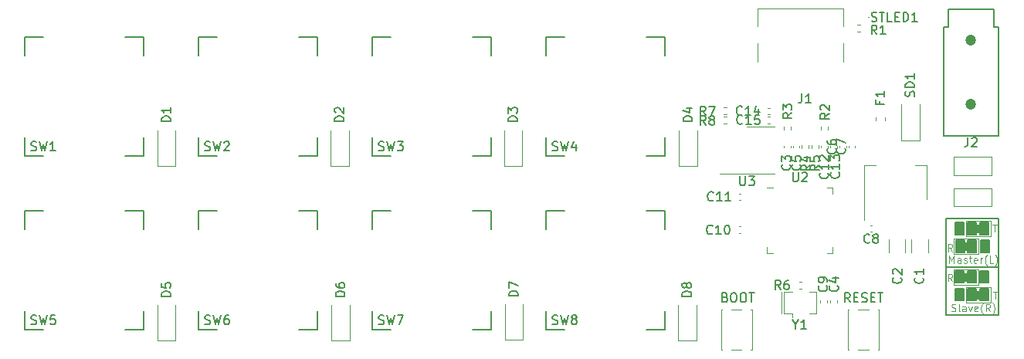
<source format=gbr>
%TF.GenerationSoftware,KiCad,Pcbnew,7.0.7*%
%TF.CreationDate,2023-12-20T03:25:26+09:00*%
%TF.ProjectId,RP2040_8key,52503230-3430-45f3-986b-65792e6b6963,rev?*%
%TF.SameCoordinates,Original*%
%TF.FileFunction,Legend,Top*%
%TF.FilePolarity,Positive*%
%FSLAX46Y46*%
G04 Gerber Fmt 4.6, Leading zero omitted, Abs format (unit mm)*
G04 Created by KiCad (PCBNEW 7.0.7) date 2023-12-20 03:25:26*
%MOMM*%
%LPD*%
G01*
G04 APERTURE LIST*
%ADD10C,0.150000*%
%ADD11C,0.800000*%
%ADD12C,0.100000*%
%ADD13C,0.120000*%
%ADD14C,1.200000*%
G04 APERTURE END LIST*
D10*
X198200000Y-119150000D02*
X199150000Y-119150000D01*
X199150000Y-120450000D01*
X198200000Y-120450000D01*
X198200000Y-119150000D01*
G36*
X198200000Y-119150000D02*
G01*
X199150000Y-119150000D01*
X199150000Y-120450000D01*
X198200000Y-120450000D01*
X198200000Y-119150000D01*
G37*
X194500000Y-118700000D02*
X200250000Y-118700000D01*
X200250000Y-124000000D01*
X194500000Y-124000000D01*
X194500000Y-118700000D01*
D11*
X196000000Y-116350000D02*
X197400000Y-116350000D01*
X197400000Y-116550000D01*
X196000000Y-116550000D01*
X196000000Y-116350000D01*
D10*
X196850000Y-119150000D02*
X197800000Y-119150000D01*
X197800000Y-120450000D01*
X196850000Y-120450000D01*
X196850000Y-119150000D01*
G36*
X196850000Y-119150000D02*
G01*
X197800000Y-119150000D01*
X197800000Y-120450000D01*
X196850000Y-120450000D01*
X196850000Y-119150000D01*
G37*
X196850000Y-121100000D02*
X197800000Y-121100000D01*
X197800000Y-122400000D01*
X196850000Y-122400000D01*
X196850000Y-121100000D01*
G36*
X196850000Y-121100000D02*
G01*
X197800000Y-121100000D01*
X197800000Y-122400000D01*
X196850000Y-122400000D01*
X196850000Y-121100000D01*
G37*
D12*
X196650000Y-120900000D02*
X199350000Y-120900000D01*
X199350000Y-122600000D01*
X196650000Y-122600000D01*
X196650000Y-120900000D01*
D10*
X195500000Y-113850000D02*
X196450000Y-113850000D01*
X196450000Y-115150000D01*
X195500000Y-115150000D01*
X195500000Y-113850000D01*
G36*
X195500000Y-113850000D02*
G01*
X196450000Y-113850000D01*
X196450000Y-115150000D01*
X195500000Y-115150000D01*
X195500000Y-113850000D01*
G37*
D12*
X196650000Y-113650000D02*
X199350000Y-113650000D01*
X199350000Y-115350000D01*
X196650000Y-115350000D01*
X196650000Y-113650000D01*
D11*
X197300000Y-114400000D02*
X198700000Y-114400000D01*
X198700000Y-114600000D01*
X197300000Y-114600000D01*
X197300000Y-114400000D01*
D12*
X195300000Y-115600000D02*
X198000000Y-115600000D01*
X198000000Y-117300000D01*
X195300000Y-117300000D01*
X195300000Y-115600000D01*
D10*
X195500000Y-119150000D02*
X196450000Y-119150000D01*
X196450000Y-120450000D01*
X195500000Y-120450000D01*
X195500000Y-119150000D01*
G36*
X195500000Y-119150000D02*
G01*
X196450000Y-119150000D01*
X196450000Y-120450000D01*
X195500000Y-120450000D01*
X195500000Y-119150000D01*
G37*
X196850000Y-113850000D02*
X197800000Y-113850000D01*
X197800000Y-115150000D01*
X196850000Y-115150000D01*
X196850000Y-113850000D01*
G36*
X196850000Y-113850000D02*
G01*
X197800000Y-113850000D01*
X197800000Y-115150000D01*
X196850000Y-115150000D01*
X196850000Y-113850000D01*
G37*
X198200000Y-113850000D02*
X199150000Y-113850000D01*
X199150000Y-115150000D01*
X198200000Y-115150000D01*
X198200000Y-113850000D01*
G36*
X198200000Y-113850000D02*
G01*
X199150000Y-113850000D01*
X199150000Y-115150000D01*
X198200000Y-115150000D01*
X198200000Y-113850000D01*
G37*
X195550000Y-115800000D02*
X196500000Y-115800000D01*
X196500000Y-117100000D01*
X195550000Y-117100000D01*
X195550000Y-115800000D01*
G36*
X195550000Y-115800000D02*
G01*
X196500000Y-115800000D01*
X196500000Y-117100000D01*
X195550000Y-117100000D01*
X195550000Y-115800000D01*
G37*
X196850000Y-115800000D02*
X197800000Y-115800000D01*
X197800000Y-117100000D01*
X196850000Y-117100000D01*
X196850000Y-115800000D01*
G36*
X196850000Y-115800000D02*
G01*
X197800000Y-115800000D01*
X197800000Y-117100000D01*
X196850000Y-117100000D01*
X196850000Y-115800000D01*
G37*
X194500000Y-113400000D02*
X200250000Y-113400000D01*
X200250000Y-118700000D01*
X194500000Y-118700000D01*
X194500000Y-113400000D01*
D11*
X195900000Y-119700000D02*
X197300000Y-119700000D01*
X197300000Y-119900000D01*
X195900000Y-119900000D01*
X195900000Y-119700000D01*
X197250000Y-121650000D02*
X198650000Y-121650000D01*
X198650000Y-121850000D01*
X197250000Y-121850000D01*
X197250000Y-121650000D01*
D10*
X195500000Y-121100000D02*
X196450000Y-121100000D01*
X196450000Y-122400000D01*
X195500000Y-122400000D01*
X195500000Y-121100000D01*
G36*
X195500000Y-121100000D02*
G01*
X196450000Y-121100000D01*
X196450000Y-122400000D01*
X195500000Y-122400000D01*
X195500000Y-121100000D01*
G37*
X198250000Y-115800000D02*
X199200000Y-115800000D01*
X199200000Y-117100000D01*
X198250000Y-117100000D01*
X198250000Y-115800000D01*
G36*
X198250000Y-115800000D02*
G01*
X199200000Y-115800000D01*
X199200000Y-117100000D01*
X198250000Y-117100000D01*
X198250000Y-115800000D01*
G37*
X198200000Y-121100000D02*
X199150000Y-121100000D01*
X199150000Y-122400000D01*
X198200000Y-122400000D01*
X198200000Y-121100000D01*
G36*
X198200000Y-121100000D02*
G01*
X199150000Y-121100000D01*
X199150000Y-122400000D01*
X198200000Y-122400000D01*
X198200000Y-121100000D01*
G37*
D12*
X195300000Y-118950000D02*
X198000000Y-118950000D01*
X198000000Y-120650000D01*
X195300000Y-120650000D01*
X195300000Y-118950000D01*
X199621428Y-121414895D02*
X200078571Y-121414895D01*
X199849999Y-122214895D02*
X199849999Y-121414895D01*
X195069047Y-123526800D02*
X195183333Y-123564895D01*
X195183333Y-123564895D02*
X195373809Y-123564895D01*
X195373809Y-123564895D02*
X195450000Y-123526800D01*
X195450000Y-123526800D02*
X195488095Y-123488704D01*
X195488095Y-123488704D02*
X195526190Y-123412514D01*
X195526190Y-123412514D02*
X195526190Y-123336323D01*
X195526190Y-123336323D02*
X195488095Y-123260133D01*
X195488095Y-123260133D02*
X195450000Y-123222038D01*
X195450000Y-123222038D02*
X195373809Y-123183942D01*
X195373809Y-123183942D02*
X195221428Y-123145847D01*
X195221428Y-123145847D02*
X195145238Y-123107752D01*
X195145238Y-123107752D02*
X195107143Y-123069657D01*
X195107143Y-123069657D02*
X195069047Y-122993466D01*
X195069047Y-122993466D02*
X195069047Y-122917276D01*
X195069047Y-122917276D02*
X195107143Y-122841085D01*
X195107143Y-122841085D02*
X195145238Y-122802990D01*
X195145238Y-122802990D02*
X195221428Y-122764895D01*
X195221428Y-122764895D02*
X195411905Y-122764895D01*
X195411905Y-122764895D02*
X195526190Y-122802990D01*
X195983333Y-123564895D02*
X195907143Y-123526800D01*
X195907143Y-123526800D02*
X195869048Y-123450609D01*
X195869048Y-123450609D02*
X195869048Y-122764895D01*
X196630953Y-123564895D02*
X196630953Y-123145847D01*
X196630953Y-123145847D02*
X196592858Y-123069657D01*
X196592858Y-123069657D02*
X196516667Y-123031561D01*
X196516667Y-123031561D02*
X196364286Y-123031561D01*
X196364286Y-123031561D02*
X196288096Y-123069657D01*
X196630953Y-123526800D02*
X196554762Y-123564895D01*
X196554762Y-123564895D02*
X196364286Y-123564895D01*
X196364286Y-123564895D02*
X196288096Y-123526800D01*
X196288096Y-123526800D02*
X196250000Y-123450609D01*
X196250000Y-123450609D02*
X196250000Y-123374419D01*
X196250000Y-123374419D02*
X196288096Y-123298228D01*
X196288096Y-123298228D02*
X196364286Y-123260133D01*
X196364286Y-123260133D02*
X196554762Y-123260133D01*
X196554762Y-123260133D02*
X196630953Y-123222038D01*
X196935715Y-123031561D02*
X197126191Y-123564895D01*
X197126191Y-123564895D02*
X197316668Y-123031561D01*
X197926192Y-123526800D02*
X197850001Y-123564895D01*
X197850001Y-123564895D02*
X197697620Y-123564895D01*
X197697620Y-123564895D02*
X197621430Y-123526800D01*
X197621430Y-123526800D02*
X197583334Y-123450609D01*
X197583334Y-123450609D02*
X197583334Y-123145847D01*
X197583334Y-123145847D02*
X197621430Y-123069657D01*
X197621430Y-123069657D02*
X197697620Y-123031561D01*
X197697620Y-123031561D02*
X197850001Y-123031561D01*
X197850001Y-123031561D02*
X197926192Y-123069657D01*
X197926192Y-123069657D02*
X197964287Y-123145847D01*
X197964287Y-123145847D02*
X197964287Y-123222038D01*
X197964287Y-123222038D02*
X197583334Y-123298228D01*
X198535715Y-123869657D02*
X198497620Y-123831561D01*
X198497620Y-123831561D02*
X198421429Y-123717276D01*
X198421429Y-123717276D02*
X198383334Y-123641085D01*
X198383334Y-123641085D02*
X198345239Y-123526800D01*
X198345239Y-123526800D02*
X198307144Y-123336323D01*
X198307144Y-123336323D02*
X198307144Y-123183942D01*
X198307144Y-123183942D02*
X198345239Y-122993466D01*
X198345239Y-122993466D02*
X198383334Y-122879180D01*
X198383334Y-122879180D02*
X198421429Y-122802990D01*
X198421429Y-122802990D02*
X198497620Y-122688704D01*
X198497620Y-122688704D02*
X198535715Y-122650609D01*
X199297620Y-123564895D02*
X199030953Y-123183942D01*
X198840477Y-123564895D02*
X198840477Y-122764895D01*
X198840477Y-122764895D02*
X199145239Y-122764895D01*
X199145239Y-122764895D02*
X199221429Y-122802990D01*
X199221429Y-122802990D02*
X199259524Y-122841085D01*
X199259524Y-122841085D02*
X199297620Y-122917276D01*
X199297620Y-122917276D02*
X199297620Y-123031561D01*
X199297620Y-123031561D02*
X199259524Y-123107752D01*
X199259524Y-123107752D02*
X199221429Y-123145847D01*
X199221429Y-123145847D02*
X199145239Y-123183942D01*
X199145239Y-123183942D02*
X198840477Y-123183942D01*
X199564286Y-123869657D02*
X199602381Y-123831561D01*
X199602381Y-123831561D02*
X199678572Y-123717276D01*
X199678572Y-123717276D02*
X199716667Y-123641085D01*
X199716667Y-123641085D02*
X199754762Y-123526800D01*
X199754762Y-123526800D02*
X199792858Y-123336323D01*
X199792858Y-123336323D02*
X199792858Y-123183942D01*
X199792858Y-123183942D02*
X199754762Y-122993466D01*
X199754762Y-122993466D02*
X199716667Y-122879180D01*
X199716667Y-122879180D02*
X199678572Y-122802990D01*
X199678572Y-122802990D02*
X199602381Y-122688704D01*
X199602381Y-122688704D02*
X199564286Y-122650609D01*
X195147619Y-117014895D02*
X194880952Y-116633942D01*
X194690476Y-117014895D02*
X194690476Y-116214895D01*
X194690476Y-116214895D02*
X194995238Y-116214895D01*
X194995238Y-116214895D02*
X195071428Y-116252990D01*
X195071428Y-116252990D02*
X195109523Y-116291085D01*
X195109523Y-116291085D02*
X195147619Y-116367276D01*
X195147619Y-116367276D02*
X195147619Y-116481561D01*
X195147619Y-116481561D02*
X195109523Y-116557752D01*
X195109523Y-116557752D02*
X195071428Y-116595847D01*
X195071428Y-116595847D02*
X194995238Y-116633942D01*
X194995238Y-116633942D02*
X194690476Y-116633942D01*
X194821429Y-118264895D02*
X194821429Y-117464895D01*
X194821429Y-117464895D02*
X195088095Y-118036323D01*
X195088095Y-118036323D02*
X195354762Y-117464895D01*
X195354762Y-117464895D02*
X195354762Y-118264895D01*
X196078572Y-118264895D02*
X196078572Y-117845847D01*
X196078572Y-117845847D02*
X196040477Y-117769657D01*
X196040477Y-117769657D02*
X195964286Y-117731561D01*
X195964286Y-117731561D02*
X195811905Y-117731561D01*
X195811905Y-117731561D02*
X195735715Y-117769657D01*
X196078572Y-118226800D02*
X196002381Y-118264895D01*
X196002381Y-118264895D02*
X195811905Y-118264895D01*
X195811905Y-118264895D02*
X195735715Y-118226800D01*
X195735715Y-118226800D02*
X195697619Y-118150609D01*
X195697619Y-118150609D02*
X195697619Y-118074419D01*
X195697619Y-118074419D02*
X195735715Y-117998228D01*
X195735715Y-117998228D02*
X195811905Y-117960133D01*
X195811905Y-117960133D02*
X196002381Y-117960133D01*
X196002381Y-117960133D02*
X196078572Y-117922038D01*
X196421429Y-118226800D02*
X196497620Y-118264895D01*
X196497620Y-118264895D02*
X196650001Y-118264895D01*
X196650001Y-118264895D02*
X196726191Y-118226800D01*
X196726191Y-118226800D02*
X196764287Y-118150609D01*
X196764287Y-118150609D02*
X196764287Y-118112514D01*
X196764287Y-118112514D02*
X196726191Y-118036323D01*
X196726191Y-118036323D02*
X196650001Y-117998228D01*
X196650001Y-117998228D02*
X196535715Y-117998228D01*
X196535715Y-117998228D02*
X196459525Y-117960133D01*
X196459525Y-117960133D02*
X196421429Y-117883942D01*
X196421429Y-117883942D02*
X196421429Y-117845847D01*
X196421429Y-117845847D02*
X196459525Y-117769657D01*
X196459525Y-117769657D02*
X196535715Y-117731561D01*
X196535715Y-117731561D02*
X196650001Y-117731561D01*
X196650001Y-117731561D02*
X196726191Y-117769657D01*
X196992858Y-117731561D02*
X197297620Y-117731561D01*
X197107144Y-117464895D02*
X197107144Y-118150609D01*
X197107144Y-118150609D02*
X197145239Y-118226800D01*
X197145239Y-118226800D02*
X197221429Y-118264895D01*
X197221429Y-118264895D02*
X197297620Y-118264895D01*
X197869049Y-118226800D02*
X197792858Y-118264895D01*
X197792858Y-118264895D02*
X197640477Y-118264895D01*
X197640477Y-118264895D02*
X197564287Y-118226800D01*
X197564287Y-118226800D02*
X197526191Y-118150609D01*
X197526191Y-118150609D02*
X197526191Y-117845847D01*
X197526191Y-117845847D02*
X197564287Y-117769657D01*
X197564287Y-117769657D02*
X197640477Y-117731561D01*
X197640477Y-117731561D02*
X197792858Y-117731561D01*
X197792858Y-117731561D02*
X197869049Y-117769657D01*
X197869049Y-117769657D02*
X197907144Y-117845847D01*
X197907144Y-117845847D02*
X197907144Y-117922038D01*
X197907144Y-117922038D02*
X197526191Y-117998228D01*
X198250001Y-118264895D02*
X198250001Y-117731561D01*
X198250001Y-117883942D02*
X198288096Y-117807752D01*
X198288096Y-117807752D02*
X198326191Y-117769657D01*
X198326191Y-117769657D02*
X198402382Y-117731561D01*
X198402382Y-117731561D02*
X198478572Y-117731561D01*
X198973810Y-118569657D02*
X198935715Y-118531561D01*
X198935715Y-118531561D02*
X198859524Y-118417276D01*
X198859524Y-118417276D02*
X198821429Y-118341085D01*
X198821429Y-118341085D02*
X198783334Y-118226800D01*
X198783334Y-118226800D02*
X198745239Y-118036323D01*
X198745239Y-118036323D02*
X198745239Y-117883942D01*
X198745239Y-117883942D02*
X198783334Y-117693466D01*
X198783334Y-117693466D02*
X198821429Y-117579180D01*
X198821429Y-117579180D02*
X198859524Y-117502990D01*
X198859524Y-117502990D02*
X198935715Y-117388704D01*
X198935715Y-117388704D02*
X198973810Y-117350609D01*
X199659524Y-118264895D02*
X199278572Y-118264895D01*
X199278572Y-118264895D02*
X199278572Y-117464895D01*
X199850000Y-118569657D02*
X199888095Y-118531561D01*
X199888095Y-118531561D02*
X199964286Y-118417276D01*
X199964286Y-118417276D02*
X200002381Y-118341085D01*
X200002381Y-118341085D02*
X200040476Y-118226800D01*
X200040476Y-118226800D02*
X200078572Y-118036323D01*
X200078572Y-118036323D02*
X200078572Y-117883942D01*
X200078572Y-117883942D02*
X200040476Y-117693466D01*
X200040476Y-117693466D02*
X200002381Y-117579180D01*
X200002381Y-117579180D02*
X199964286Y-117502990D01*
X199964286Y-117502990D02*
X199888095Y-117388704D01*
X199888095Y-117388704D02*
X199850000Y-117350609D01*
X199571428Y-114064895D02*
X200028571Y-114064895D01*
X199799999Y-114864895D02*
X199799999Y-114064895D01*
X195147619Y-120264895D02*
X194880952Y-119883942D01*
X194690476Y-120264895D02*
X194690476Y-119464895D01*
X194690476Y-119464895D02*
X194995238Y-119464895D01*
X194995238Y-119464895D02*
X195071428Y-119502990D01*
X195071428Y-119502990D02*
X195109523Y-119541085D01*
X195109523Y-119541085D02*
X195147619Y-119617276D01*
X195147619Y-119617276D02*
X195147619Y-119731561D01*
X195147619Y-119731561D02*
X195109523Y-119807752D01*
X195109523Y-119807752D02*
X195071428Y-119845847D01*
X195071428Y-119845847D02*
X194995238Y-119883942D01*
X194995238Y-119883942D02*
X194690476Y-119883942D01*
D10*
X189509580Y-119866666D02*
X189557200Y-119914285D01*
X189557200Y-119914285D02*
X189604819Y-120057142D01*
X189604819Y-120057142D02*
X189604819Y-120152380D01*
X189604819Y-120152380D02*
X189557200Y-120295237D01*
X189557200Y-120295237D02*
X189461961Y-120390475D01*
X189461961Y-120390475D02*
X189366723Y-120438094D01*
X189366723Y-120438094D02*
X189176247Y-120485713D01*
X189176247Y-120485713D02*
X189033390Y-120485713D01*
X189033390Y-120485713D02*
X188842914Y-120438094D01*
X188842914Y-120438094D02*
X188747676Y-120390475D01*
X188747676Y-120390475D02*
X188652438Y-120295237D01*
X188652438Y-120295237D02*
X188604819Y-120152380D01*
X188604819Y-120152380D02*
X188604819Y-120057142D01*
X188604819Y-120057142D02*
X188652438Y-119914285D01*
X188652438Y-119914285D02*
X188700057Y-119866666D01*
X188700057Y-119485713D02*
X188652438Y-119438094D01*
X188652438Y-119438094D02*
X188604819Y-119342856D01*
X188604819Y-119342856D02*
X188604819Y-119104761D01*
X188604819Y-119104761D02*
X188652438Y-119009523D01*
X188652438Y-119009523D02*
X188700057Y-118961904D01*
X188700057Y-118961904D02*
X188795295Y-118914285D01*
X188795295Y-118914285D02*
X188890533Y-118914285D01*
X188890533Y-118914285D02*
X189033390Y-118961904D01*
X189033390Y-118961904D02*
X189604819Y-119533332D01*
X189604819Y-119533332D02*
X189604819Y-118914285D01*
X191909580Y-119866666D02*
X191957200Y-119914285D01*
X191957200Y-119914285D02*
X192004819Y-120057142D01*
X192004819Y-120057142D02*
X192004819Y-120152380D01*
X192004819Y-120152380D02*
X191957200Y-120295237D01*
X191957200Y-120295237D02*
X191861961Y-120390475D01*
X191861961Y-120390475D02*
X191766723Y-120438094D01*
X191766723Y-120438094D02*
X191576247Y-120485713D01*
X191576247Y-120485713D02*
X191433390Y-120485713D01*
X191433390Y-120485713D02*
X191242914Y-120438094D01*
X191242914Y-120438094D02*
X191147676Y-120390475D01*
X191147676Y-120390475D02*
X191052438Y-120295237D01*
X191052438Y-120295237D02*
X191004819Y-120152380D01*
X191004819Y-120152380D02*
X191004819Y-120057142D01*
X191004819Y-120057142D02*
X191052438Y-119914285D01*
X191052438Y-119914285D02*
X191100057Y-119866666D01*
X192004819Y-118914285D02*
X192004819Y-119485713D01*
X192004819Y-119199999D02*
X191004819Y-119199999D01*
X191004819Y-119199999D02*
X191147676Y-119295237D01*
X191147676Y-119295237D02*
X191242914Y-119390475D01*
X191242914Y-119390475D02*
X191290533Y-119485713D01*
X171888095Y-108754819D02*
X171888095Y-109564342D01*
X171888095Y-109564342D02*
X171935714Y-109659580D01*
X171935714Y-109659580D02*
X171983333Y-109707200D01*
X171983333Y-109707200D02*
X172078571Y-109754819D01*
X172078571Y-109754819D02*
X172269047Y-109754819D01*
X172269047Y-109754819D02*
X172364285Y-109707200D01*
X172364285Y-109707200D02*
X172411904Y-109659580D01*
X172411904Y-109659580D02*
X172459523Y-109564342D01*
X172459523Y-109564342D02*
X172459523Y-108754819D01*
X172840476Y-108754819D02*
X173459523Y-108754819D01*
X173459523Y-108754819D02*
X173126190Y-109135771D01*
X173126190Y-109135771D02*
X173269047Y-109135771D01*
X173269047Y-109135771D02*
X173364285Y-109183390D01*
X173364285Y-109183390D02*
X173411904Y-109231009D01*
X173411904Y-109231009D02*
X173459523Y-109326247D01*
X173459523Y-109326247D02*
X173459523Y-109564342D01*
X173459523Y-109564342D02*
X173411904Y-109659580D01*
X173411904Y-109659580D02*
X173364285Y-109707200D01*
X173364285Y-109707200D02*
X173269047Y-109754819D01*
X173269047Y-109754819D02*
X172983333Y-109754819D01*
X172983333Y-109754819D02*
X172888095Y-109707200D01*
X172888095Y-109707200D02*
X172840476Y-109659580D01*
X94166667Y-124957200D02*
X94309524Y-125004819D01*
X94309524Y-125004819D02*
X94547619Y-125004819D01*
X94547619Y-125004819D02*
X94642857Y-124957200D01*
X94642857Y-124957200D02*
X94690476Y-124909580D01*
X94690476Y-124909580D02*
X94738095Y-124814342D01*
X94738095Y-124814342D02*
X94738095Y-124719104D01*
X94738095Y-124719104D02*
X94690476Y-124623866D01*
X94690476Y-124623866D02*
X94642857Y-124576247D01*
X94642857Y-124576247D02*
X94547619Y-124528628D01*
X94547619Y-124528628D02*
X94357143Y-124481009D01*
X94357143Y-124481009D02*
X94261905Y-124433390D01*
X94261905Y-124433390D02*
X94214286Y-124385771D01*
X94214286Y-124385771D02*
X94166667Y-124290533D01*
X94166667Y-124290533D02*
X94166667Y-124195295D01*
X94166667Y-124195295D02*
X94214286Y-124100057D01*
X94214286Y-124100057D02*
X94261905Y-124052438D01*
X94261905Y-124052438D02*
X94357143Y-124004819D01*
X94357143Y-124004819D02*
X94595238Y-124004819D01*
X94595238Y-124004819D02*
X94738095Y-124052438D01*
X95071429Y-124004819D02*
X95309524Y-125004819D01*
X95309524Y-125004819D02*
X95500000Y-124290533D01*
X95500000Y-124290533D02*
X95690476Y-125004819D01*
X95690476Y-125004819D02*
X95928572Y-124004819D01*
X96785714Y-124004819D02*
X96309524Y-124004819D01*
X96309524Y-124004819D02*
X96261905Y-124481009D01*
X96261905Y-124481009D02*
X96309524Y-124433390D01*
X96309524Y-124433390D02*
X96404762Y-124385771D01*
X96404762Y-124385771D02*
X96642857Y-124385771D01*
X96642857Y-124385771D02*
X96738095Y-124433390D01*
X96738095Y-124433390D02*
X96785714Y-124481009D01*
X96785714Y-124481009D02*
X96833333Y-124576247D01*
X96833333Y-124576247D02*
X96833333Y-124814342D01*
X96833333Y-124814342D02*
X96785714Y-124909580D01*
X96785714Y-124909580D02*
X96738095Y-124957200D01*
X96738095Y-124957200D02*
X96642857Y-125004819D01*
X96642857Y-125004819D02*
X96404762Y-125004819D01*
X96404762Y-125004819D02*
X96309524Y-124957200D01*
X96309524Y-124957200D02*
X96261905Y-124909580D01*
X186883333Y-93184819D02*
X186550000Y-92708628D01*
X186311905Y-93184819D02*
X186311905Y-92184819D01*
X186311905Y-92184819D02*
X186692857Y-92184819D01*
X186692857Y-92184819D02*
X186788095Y-92232438D01*
X186788095Y-92232438D02*
X186835714Y-92280057D01*
X186835714Y-92280057D02*
X186883333Y-92375295D01*
X186883333Y-92375295D02*
X186883333Y-92518152D01*
X186883333Y-92518152D02*
X186835714Y-92613390D01*
X186835714Y-92613390D02*
X186788095Y-92661009D01*
X186788095Y-92661009D02*
X186692857Y-92708628D01*
X186692857Y-92708628D02*
X186311905Y-92708628D01*
X187835714Y-93184819D02*
X187264286Y-93184819D01*
X187550000Y-93184819D02*
X187550000Y-92184819D01*
X187550000Y-92184819D02*
X187454762Y-92327676D01*
X187454762Y-92327676D02*
X187359524Y-92422914D01*
X187359524Y-92422914D02*
X187264286Y-92470533D01*
X178666666Y-99699819D02*
X178666666Y-100414104D01*
X178666666Y-100414104D02*
X178619047Y-100556961D01*
X178619047Y-100556961D02*
X178523809Y-100652200D01*
X178523809Y-100652200D02*
X178380952Y-100699819D01*
X178380952Y-100699819D02*
X178285714Y-100699819D01*
X179666666Y-100699819D02*
X179095238Y-100699819D01*
X179380952Y-100699819D02*
X179380952Y-99699819D01*
X179380952Y-99699819D02*
X179285714Y-99842676D01*
X179285714Y-99842676D02*
X179190476Y-99937914D01*
X179190476Y-99937914D02*
X179095238Y-99985533D01*
X190957200Y-100011904D02*
X191004819Y-99869047D01*
X191004819Y-99869047D02*
X191004819Y-99630952D01*
X191004819Y-99630952D02*
X190957200Y-99535714D01*
X190957200Y-99535714D02*
X190909580Y-99488095D01*
X190909580Y-99488095D02*
X190814342Y-99440476D01*
X190814342Y-99440476D02*
X190719104Y-99440476D01*
X190719104Y-99440476D02*
X190623866Y-99488095D01*
X190623866Y-99488095D02*
X190576247Y-99535714D01*
X190576247Y-99535714D02*
X190528628Y-99630952D01*
X190528628Y-99630952D02*
X190481009Y-99821428D01*
X190481009Y-99821428D02*
X190433390Y-99916666D01*
X190433390Y-99916666D02*
X190385771Y-99964285D01*
X190385771Y-99964285D02*
X190290533Y-100011904D01*
X190290533Y-100011904D02*
X190195295Y-100011904D01*
X190195295Y-100011904D02*
X190100057Y-99964285D01*
X190100057Y-99964285D02*
X190052438Y-99916666D01*
X190052438Y-99916666D02*
X190004819Y-99821428D01*
X190004819Y-99821428D02*
X190004819Y-99583333D01*
X190004819Y-99583333D02*
X190052438Y-99440476D01*
X191004819Y-99011904D02*
X190004819Y-99011904D01*
X190004819Y-99011904D02*
X190004819Y-98773809D01*
X190004819Y-98773809D02*
X190052438Y-98630952D01*
X190052438Y-98630952D02*
X190147676Y-98535714D01*
X190147676Y-98535714D02*
X190242914Y-98488095D01*
X190242914Y-98488095D02*
X190433390Y-98440476D01*
X190433390Y-98440476D02*
X190576247Y-98440476D01*
X190576247Y-98440476D02*
X190766723Y-98488095D01*
X190766723Y-98488095D02*
X190861961Y-98535714D01*
X190861961Y-98535714D02*
X190957200Y-98630952D01*
X190957200Y-98630952D02*
X191004819Y-98773809D01*
X191004819Y-98773809D02*
X191004819Y-99011904D01*
X191004819Y-97488095D02*
X191004819Y-98059523D01*
X191004819Y-97773809D02*
X190004819Y-97773809D01*
X190004819Y-97773809D02*
X190147676Y-97869047D01*
X190147676Y-97869047D02*
X190242914Y-97964285D01*
X190242914Y-97964285D02*
X190290533Y-98059523D01*
X151316667Y-124957200D02*
X151459524Y-125004819D01*
X151459524Y-125004819D02*
X151697619Y-125004819D01*
X151697619Y-125004819D02*
X151792857Y-124957200D01*
X151792857Y-124957200D02*
X151840476Y-124909580D01*
X151840476Y-124909580D02*
X151888095Y-124814342D01*
X151888095Y-124814342D02*
X151888095Y-124719104D01*
X151888095Y-124719104D02*
X151840476Y-124623866D01*
X151840476Y-124623866D02*
X151792857Y-124576247D01*
X151792857Y-124576247D02*
X151697619Y-124528628D01*
X151697619Y-124528628D02*
X151507143Y-124481009D01*
X151507143Y-124481009D02*
X151411905Y-124433390D01*
X151411905Y-124433390D02*
X151364286Y-124385771D01*
X151364286Y-124385771D02*
X151316667Y-124290533D01*
X151316667Y-124290533D02*
X151316667Y-124195295D01*
X151316667Y-124195295D02*
X151364286Y-124100057D01*
X151364286Y-124100057D02*
X151411905Y-124052438D01*
X151411905Y-124052438D02*
X151507143Y-124004819D01*
X151507143Y-124004819D02*
X151745238Y-124004819D01*
X151745238Y-124004819D02*
X151888095Y-124052438D01*
X152221429Y-124004819D02*
X152459524Y-125004819D01*
X152459524Y-125004819D02*
X152650000Y-124290533D01*
X152650000Y-124290533D02*
X152840476Y-125004819D01*
X152840476Y-125004819D02*
X153078572Y-124004819D01*
X153602381Y-124433390D02*
X153507143Y-124385771D01*
X153507143Y-124385771D02*
X153459524Y-124338152D01*
X153459524Y-124338152D02*
X153411905Y-124242914D01*
X153411905Y-124242914D02*
X153411905Y-124195295D01*
X153411905Y-124195295D02*
X153459524Y-124100057D01*
X153459524Y-124100057D02*
X153507143Y-124052438D01*
X153507143Y-124052438D02*
X153602381Y-124004819D01*
X153602381Y-124004819D02*
X153792857Y-124004819D01*
X153792857Y-124004819D02*
X153888095Y-124052438D01*
X153888095Y-124052438D02*
X153935714Y-124100057D01*
X153935714Y-124100057D02*
X153983333Y-124195295D01*
X153983333Y-124195295D02*
X153983333Y-124242914D01*
X153983333Y-124242914D02*
X153935714Y-124338152D01*
X153935714Y-124338152D02*
X153888095Y-124385771D01*
X153888095Y-124385771D02*
X153792857Y-124433390D01*
X153792857Y-124433390D02*
X153602381Y-124433390D01*
X153602381Y-124433390D02*
X153507143Y-124481009D01*
X153507143Y-124481009D02*
X153459524Y-124528628D01*
X153459524Y-124528628D02*
X153411905Y-124623866D01*
X153411905Y-124623866D02*
X153411905Y-124814342D01*
X153411905Y-124814342D02*
X153459524Y-124909580D01*
X153459524Y-124909580D02*
X153507143Y-124957200D01*
X153507143Y-124957200D02*
X153602381Y-125004819D01*
X153602381Y-125004819D02*
X153792857Y-125004819D01*
X153792857Y-125004819D02*
X153888095Y-124957200D01*
X153888095Y-124957200D02*
X153935714Y-124909580D01*
X153935714Y-124909580D02*
X153983333Y-124814342D01*
X153983333Y-124814342D02*
X153983333Y-124623866D01*
X153983333Y-124623866D02*
X153935714Y-124528628D01*
X153935714Y-124528628D02*
X153888095Y-124481009D01*
X153888095Y-124481009D02*
X153792857Y-124433390D01*
X187211009Y-100483333D02*
X187211009Y-100816666D01*
X187734819Y-100816666D02*
X186734819Y-100816666D01*
X186734819Y-100816666D02*
X186734819Y-100340476D01*
X187734819Y-99435714D02*
X187734819Y-100007142D01*
X187734819Y-99721428D02*
X186734819Y-99721428D01*
X186734819Y-99721428D02*
X186877676Y-99816666D01*
X186877676Y-99816666D02*
X186972914Y-99911904D01*
X186972914Y-99911904D02*
X187020533Y-100007142D01*
X186300000Y-91727200D02*
X186442857Y-91774819D01*
X186442857Y-91774819D02*
X186680952Y-91774819D01*
X186680952Y-91774819D02*
X186776190Y-91727200D01*
X186776190Y-91727200D02*
X186823809Y-91679580D01*
X186823809Y-91679580D02*
X186871428Y-91584342D01*
X186871428Y-91584342D02*
X186871428Y-91489104D01*
X186871428Y-91489104D02*
X186823809Y-91393866D01*
X186823809Y-91393866D02*
X186776190Y-91346247D01*
X186776190Y-91346247D02*
X186680952Y-91298628D01*
X186680952Y-91298628D02*
X186490476Y-91251009D01*
X186490476Y-91251009D02*
X186395238Y-91203390D01*
X186395238Y-91203390D02*
X186347619Y-91155771D01*
X186347619Y-91155771D02*
X186300000Y-91060533D01*
X186300000Y-91060533D02*
X186300000Y-90965295D01*
X186300000Y-90965295D02*
X186347619Y-90870057D01*
X186347619Y-90870057D02*
X186395238Y-90822438D01*
X186395238Y-90822438D02*
X186490476Y-90774819D01*
X186490476Y-90774819D02*
X186728571Y-90774819D01*
X186728571Y-90774819D02*
X186871428Y-90822438D01*
X187157143Y-90774819D02*
X187728571Y-90774819D01*
X187442857Y-91774819D02*
X187442857Y-90774819D01*
X188538095Y-91774819D02*
X188061905Y-91774819D01*
X188061905Y-91774819D02*
X188061905Y-90774819D01*
X188871429Y-91251009D02*
X189204762Y-91251009D01*
X189347619Y-91774819D02*
X188871429Y-91774819D01*
X188871429Y-91774819D02*
X188871429Y-90774819D01*
X188871429Y-90774819D02*
X189347619Y-90774819D01*
X189776191Y-91774819D02*
X189776191Y-90774819D01*
X189776191Y-90774819D02*
X190014286Y-90774819D01*
X190014286Y-90774819D02*
X190157143Y-90822438D01*
X190157143Y-90822438D02*
X190252381Y-90917676D01*
X190252381Y-90917676D02*
X190300000Y-91012914D01*
X190300000Y-91012914D02*
X190347619Y-91203390D01*
X190347619Y-91203390D02*
X190347619Y-91346247D01*
X190347619Y-91346247D02*
X190300000Y-91536723D01*
X190300000Y-91536723D02*
X190252381Y-91631961D01*
X190252381Y-91631961D02*
X190157143Y-91727200D01*
X190157143Y-91727200D02*
X190014286Y-91774819D01*
X190014286Y-91774819D02*
X189776191Y-91774819D01*
X191300000Y-91774819D02*
X190728572Y-91774819D01*
X191014286Y-91774819D02*
X191014286Y-90774819D01*
X191014286Y-90774819D02*
X190919048Y-90917676D01*
X190919048Y-90917676D02*
X190823810Y-91012914D01*
X190823810Y-91012914D02*
X190728572Y-91060533D01*
X147554819Y-121888094D02*
X146554819Y-121888094D01*
X146554819Y-121888094D02*
X146554819Y-121649999D01*
X146554819Y-121649999D02*
X146602438Y-121507142D01*
X146602438Y-121507142D02*
X146697676Y-121411904D01*
X146697676Y-121411904D02*
X146792914Y-121364285D01*
X146792914Y-121364285D02*
X146983390Y-121316666D01*
X146983390Y-121316666D02*
X147126247Y-121316666D01*
X147126247Y-121316666D02*
X147316723Y-121364285D01*
X147316723Y-121364285D02*
X147411961Y-121411904D01*
X147411961Y-121411904D02*
X147507200Y-121507142D01*
X147507200Y-121507142D02*
X147554819Y-121649999D01*
X147554819Y-121649999D02*
X147554819Y-121888094D01*
X146554819Y-120983332D02*
X146554819Y-120316666D01*
X146554819Y-120316666D02*
X147554819Y-120745237D01*
X109454819Y-102738094D02*
X108454819Y-102738094D01*
X108454819Y-102738094D02*
X108454819Y-102499999D01*
X108454819Y-102499999D02*
X108502438Y-102357142D01*
X108502438Y-102357142D02*
X108597676Y-102261904D01*
X108597676Y-102261904D02*
X108692914Y-102214285D01*
X108692914Y-102214285D02*
X108883390Y-102166666D01*
X108883390Y-102166666D02*
X109026247Y-102166666D01*
X109026247Y-102166666D02*
X109216723Y-102214285D01*
X109216723Y-102214285D02*
X109311961Y-102261904D01*
X109311961Y-102261904D02*
X109407200Y-102357142D01*
X109407200Y-102357142D02*
X109454819Y-102499999D01*
X109454819Y-102499999D02*
X109454819Y-102738094D01*
X109454819Y-101214285D02*
X109454819Y-101785713D01*
X109454819Y-101499999D02*
X108454819Y-101499999D01*
X108454819Y-101499999D02*
X108597676Y-101595237D01*
X108597676Y-101595237D02*
X108692914Y-101690475D01*
X108692914Y-101690475D02*
X108740533Y-101785713D01*
X166554819Y-121938094D02*
X165554819Y-121938094D01*
X165554819Y-121938094D02*
X165554819Y-121699999D01*
X165554819Y-121699999D02*
X165602438Y-121557142D01*
X165602438Y-121557142D02*
X165697676Y-121461904D01*
X165697676Y-121461904D02*
X165792914Y-121414285D01*
X165792914Y-121414285D02*
X165983390Y-121366666D01*
X165983390Y-121366666D02*
X166126247Y-121366666D01*
X166126247Y-121366666D02*
X166316723Y-121414285D01*
X166316723Y-121414285D02*
X166411961Y-121461904D01*
X166411961Y-121461904D02*
X166507200Y-121557142D01*
X166507200Y-121557142D02*
X166554819Y-121699999D01*
X166554819Y-121699999D02*
X166554819Y-121938094D01*
X165983390Y-120795237D02*
X165935771Y-120890475D01*
X165935771Y-120890475D02*
X165888152Y-120938094D01*
X165888152Y-120938094D02*
X165792914Y-120985713D01*
X165792914Y-120985713D02*
X165745295Y-120985713D01*
X165745295Y-120985713D02*
X165650057Y-120938094D01*
X165650057Y-120938094D02*
X165602438Y-120890475D01*
X165602438Y-120890475D02*
X165554819Y-120795237D01*
X165554819Y-120795237D02*
X165554819Y-120604761D01*
X165554819Y-120604761D02*
X165602438Y-120509523D01*
X165602438Y-120509523D02*
X165650057Y-120461904D01*
X165650057Y-120461904D02*
X165745295Y-120414285D01*
X165745295Y-120414285D02*
X165792914Y-120414285D01*
X165792914Y-120414285D02*
X165888152Y-120461904D01*
X165888152Y-120461904D02*
X165935771Y-120509523D01*
X165935771Y-120509523D02*
X165983390Y-120604761D01*
X165983390Y-120604761D02*
X165983390Y-120795237D01*
X165983390Y-120795237D02*
X166031009Y-120890475D01*
X166031009Y-120890475D02*
X166078628Y-120938094D01*
X166078628Y-120938094D02*
X166173866Y-120985713D01*
X166173866Y-120985713D02*
X166364342Y-120985713D01*
X166364342Y-120985713D02*
X166459580Y-120938094D01*
X166459580Y-120938094D02*
X166507200Y-120890475D01*
X166507200Y-120890475D02*
X166554819Y-120795237D01*
X166554819Y-120795237D02*
X166554819Y-120604761D01*
X166554819Y-120604761D02*
X166507200Y-120509523D01*
X166507200Y-120509523D02*
X166459580Y-120461904D01*
X166459580Y-120461904D02*
X166364342Y-120414285D01*
X166364342Y-120414285D02*
X166173866Y-120414285D01*
X166173866Y-120414285D02*
X166078628Y-120461904D01*
X166078628Y-120461904D02*
X166031009Y-120509523D01*
X166031009Y-120509523D02*
X165983390Y-120604761D01*
X168133333Y-102074819D02*
X167800000Y-101598628D01*
X167561905Y-102074819D02*
X167561905Y-101074819D01*
X167561905Y-101074819D02*
X167942857Y-101074819D01*
X167942857Y-101074819D02*
X168038095Y-101122438D01*
X168038095Y-101122438D02*
X168085714Y-101170057D01*
X168085714Y-101170057D02*
X168133333Y-101265295D01*
X168133333Y-101265295D02*
X168133333Y-101408152D01*
X168133333Y-101408152D02*
X168085714Y-101503390D01*
X168085714Y-101503390D02*
X168038095Y-101551009D01*
X168038095Y-101551009D02*
X167942857Y-101598628D01*
X167942857Y-101598628D02*
X167561905Y-101598628D01*
X168466667Y-101074819D02*
X169133333Y-101074819D01*
X169133333Y-101074819D02*
X168704762Y-102074819D01*
X180584819Y-107516666D02*
X180108628Y-107849999D01*
X180584819Y-108088094D02*
X179584819Y-108088094D01*
X179584819Y-108088094D02*
X179584819Y-107707142D01*
X179584819Y-107707142D02*
X179632438Y-107611904D01*
X179632438Y-107611904D02*
X179680057Y-107564285D01*
X179680057Y-107564285D02*
X179775295Y-107516666D01*
X179775295Y-107516666D02*
X179918152Y-107516666D01*
X179918152Y-107516666D02*
X180013390Y-107564285D01*
X180013390Y-107564285D02*
X180061009Y-107611904D01*
X180061009Y-107611904D02*
X180108628Y-107707142D01*
X180108628Y-107707142D02*
X180108628Y-108088094D01*
X179584819Y-106611904D02*
X179584819Y-107088094D01*
X179584819Y-107088094D02*
X180061009Y-107135713D01*
X180061009Y-107135713D02*
X180013390Y-107088094D01*
X180013390Y-107088094D02*
X179965771Y-106992856D01*
X179965771Y-106992856D02*
X179965771Y-106754761D01*
X179965771Y-106754761D02*
X180013390Y-106659523D01*
X180013390Y-106659523D02*
X180061009Y-106611904D01*
X180061009Y-106611904D02*
X180156247Y-106564285D01*
X180156247Y-106564285D02*
X180394342Y-106564285D01*
X180394342Y-106564285D02*
X180489580Y-106611904D01*
X180489580Y-106611904D02*
X180537200Y-106659523D01*
X180537200Y-106659523D02*
X180584819Y-106754761D01*
X180584819Y-106754761D02*
X180584819Y-106992856D01*
X180584819Y-106992856D02*
X180537200Y-107088094D01*
X180537200Y-107088094D02*
X180489580Y-107135713D01*
X170242857Y-122031009D02*
X170385714Y-122078628D01*
X170385714Y-122078628D02*
X170433333Y-122126247D01*
X170433333Y-122126247D02*
X170480952Y-122221485D01*
X170480952Y-122221485D02*
X170480952Y-122364342D01*
X170480952Y-122364342D02*
X170433333Y-122459580D01*
X170433333Y-122459580D02*
X170385714Y-122507200D01*
X170385714Y-122507200D02*
X170290476Y-122554819D01*
X170290476Y-122554819D02*
X169909524Y-122554819D01*
X169909524Y-122554819D02*
X169909524Y-121554819D01*
X169909524Y-121554819D02*
X170242857Y-121554819D01*
X170242857Y-121554819D02*
X170338095Y-121602438D01*
X170338095Y-121602438D02*
X170385714Y-121650057D01*
X170385714Y-121650057D02*
X170433333Y-121745295D01*
X170433333Y-121745295D02*
X170433333Y-121840533D01*
X170433333Y-121840533D02*
X170385714Y-121935771D01*
X170385714Y-121935771D02*
X170338095Y-121983390D01*
X170338095Y-121983390D02*
X170242857Y-122031009D01*
X170242857Y-122031009D02*
X169909524Y-122031009D01*
X171100000Y-121554819D02*
X171290476Y-121554819D01*
X171290476Y-121554819D02*
X171385714Y-121602438D01*
X171385714Y-121602438D02*
X171480952Y-121697676D01*
X171480952Y-121697676D02*
X171528571Y-121888152D01*
X171528571Y-121888152D02*
X171528571Y-122221485D01*
X171528571Y-122221485D02*
X171480952Y-122411961D01*
X171480952Y-122411961D02*
X171385714Y-122507200D01*
X171385714Y-122507200D02*
X171290476Y-122554819D01*
X171290476Y-122554819D02*
X171100000Y-122554819D01*
X171100000Y-122554819D02*
X171004762Y-122507200D01*
X171004762Y-122507200D02*
X170909524Y-122411961D01*
X170909524Y-122411961D02*
X170861905Y-122221485D01*
X170861905Y-122221485D02*
X170861905Y-121888152D01*
X170861905Y-121888152D02*
X170909524Y-121697676D01*
X170909524Y-121697676D02*
X171004762Y-121602438D01*
X171004762Y-121602438D02*
X171100000Y-121554819D01*
X172147619Y-121554819D02*
X172338095Y-121554819D01*
X172338095Y-121554819D02*
X172433333Y-121602438D01*
X172433333Y-121602438D02*
X172528571Y-121697676D01*
X172528571Y-121697676D02*
X172576190Y-121888152D01*
X172576190Y-121888152D02*
X172576190Y-122221485D01*
X172576190Y-122221485D02*
X172528571Y-122411961D01*
X172528571Y-122411961D02*
X172433333Y-122507200D01*
X172433333Y-122507200D02*
X172338095Y-122554819D01*
X172338095Y-122554819D02*
X172147619Y-122554819D01*
X172147619Y-122554819D02*
X172052381Y-122507200D01*
X172052381Y-122507200D02*
X171957143Y-122411961D01*
X171957143Y-122411961D02*
X171909524Y-122221485D01*
X171909524Y-122221485D02*
X171909524Y-121888152D01*
X171909524Y-121888152D02*
X171957143Y-121697676D01*
X171957143Y-121697676D02*
X172052381Y-121602438D01*
X172052381Y-121602438D02*
X172147619Y-121554819D01*
X172861905Y-121554819D02*
X173433333Y-121554819D01*
X173147619Y-122554819D02*
X173147619Y-121554819D01*
X182349580Y-105666666D02*
X182397200Y-105714285D01*
X182397200Y-105714285D02*
X182444819Y-105857142D01*
X182444819Y-105857142D02*
X182444819Y-105952380D01*
X182444819Y-105952380D02*
X182397200Y-106095237D01*
X182397200Y-106095237D02*
X182301961Y-106190475D01*
X182301961Y-106190475D02*
X182206723Y-106238094D01*
X182206723Y-106238094D02*
X182016247Y-106285713D01*
X182016247Y-106285713D02*
X181873390Y-106285713D01*
X181873390Y-106285713D02*
X181682914Y-106238094D01*
X181682914Y-106238094D02*
X181587676Y-106190475D01*
X181587676Y-106190475D02*
X181492438Y-106095237D01*
X181492438Y-106095237D02*
X181444819Y-105952380D01*
X181444819Y-105952380D02*
X181444819Y-105857142D01*
X181444819Y-105857142D02*
X181492438Y-105714285D01*
X181492438Y-105714285D02*
X181540057Y-105666666D01*
X181444819Y-104809523D02*
X181444819Y-104999999D01*
X181444819Y-104999999D02*
X181492438Y-105095237D01*
X181492438Y-105095237D02*
X181540057Y-105142856D01*
X181540057Y-105142856D02*
X181682914Y-105238094D01*
X181682914Y-105238094D02*
X181873390Y-105285713D01*
X181873390Y-105285713D02*
X182254342Y-105285713D01*
X182254342Y-105285713D02*
X182349580Y-105238094D01*
X182349580Y-105238094D02*
X182397200Y-105190475D01*
X182397200Y-105190475D02*
X182444819Y-105095237D01*
X182444819Y-105095237D02*
X182444819Y-104904761D01*
X182444819Y-104904761D02*
X182397200Y-104809523D01*
X182397200Y-104809523D02*
X182349580Y-104761904D01*
X182349580Y-104761904D02*
X182254342Y-104714285D01*
X182254342Y-104714285D02*
X182016247Y-104714285D01*
X182016247Y-104714285D02*
X181921009Y-104761904D01*
X181921009Y-104761904D02*
X181873390Y-104809523D01*
X181873390Y-104809523D02*
X181825771Y-104904761D01*
X181825771Y-104904761D02*
X181825771Y-105095237D01*
X181825771Y-105095237D02*
X181873390Y-105190475D01*
X181873390Y-105190475D02*
X181921009Y-105238094D01*
X181921009Y-105238094D02*
X182016247Y-105285713D01*
X172157142Y-102969580D02*
X172109523Y-103017200D01*
X172109523Y-103017200D02*
X171966666Y-103064819D01*
X171966666Y-103064819D02*
X171871428Y-103064819D01*
X171871428Y-103064819D02*
X171728571Y-103017200D01*
X171728571Y-103017200D02*
X171633333Y-102921961D01*
X171633333Y-102921961D02*
X171585714Y-102826723D01*
X171585714Y-102826723D02*
X171538095Y-102636247D01*
X171538095Y-102636247D02*
X171538095Y-102493390D01*
X171538095Y-102493390D02*
X171585714Y-102302914D01*
X171585714Y-102302914D02*
X171633333Y-102207676D01*
X171633333Y-102207676D02*
X171728571Y-102112438D01*
X171728571Y-102112438D02*
X171871428Y-102064819D01*
X171871428Y-102064819D02*
X171966666Y-102064819D01*
X171966666Y-102064819D02*
X172109523Y-102112438D01*
X172109523Y-102112438D02*
X172157142Y-102160057D01*
X173109523Y-103064819D02*
X172538095Y-103064819D01*
X172823809Y-103064819D02*
X172823809Y-102064819D01*
X172823809Y-102064819D02*
X172728571Y-102207676D01*
X172728571Y-102207676D02*
X172633333Y-102302914D01*
X172633333Y-102302914D02*
X172538095Y-102350533D01*
X174014285Y-102064819D02*
X173538095Y-102064819D01*
X173538095Y-102064819D02*
X173490476Y-102541009D01*
X173490476Y-102541009D02*
X173538095Y-102493390D01*
X173538095Y-102493390D02*
X173633333Y-102445771D01*
X173633333Y-102445771D02*
X173871428Y-102445771D01*
X173871428Y-102445771D02*
X173966666Y-102493390D01*
X173966666Y-102493390D02*
X174014285Y-102541009D01*
X174014285Y-102541009D02*
X174061904Y-102636247D01*
X174061904Y-102636247D02*
X174061904Y-102874342D01*
X174061904Y-102874342D02*
X174014285Y-102969580D01*
X174014285Y-102969580D02*
X173966666Y-103017200D01*
X173966666Y-103017200D02*
X173871428Y-103064819D01*
X173871428Y-103064819D02*
X173633333Y-103064819D01*
X173633333Y-103064819D02*
X173538095Y-103017200D01*
X173538095Y-103017200D02*
X173490476Y-102969580D01*
X151316667Y-105907200D02*
X151459524Y-105954819D01*
X151459524Y-105954819D02*
X151697619Y-105954819D01*
X151697619Y-105954819D02*
X151792857Y-105907200D01*
X151792857Y-105907200D02*
X151840476Y-105859580D01*
X151840476Y-105859580D02*
X151888095Y-105764342D01*
X151888095Y-105764342D02*
X151888095Y-105669104D01*
X151888095Y-105669104D02*
X151840476Y-105573866D01*
X151840476Y-105573866D02*
X151792857Y-105526247D01*
X151792857Y-105526247D02*
X151697619Y-105478628D01*
X151697619Y-105478628D02*
X151507143Y-105431009D01*
X151507143Y-105431009D02*
X151411905Y-105383390D01*
X151411905Y-105383390D02*
X151364286Y-105335771D01*
X151364286Y-105335771D02*
X151316667Y-105240533D01*
X151316667Y-105240533D02*
X151316667Y-105145295D01*
X151316667Y-105145295D02*
X151364286Y-105050057D01*
X151364286Y-105050057D02*
X151411905Y-105002438D01*
X151411905Y-105002438D02*
X151507143Y-104954819D01*
X151507143Y-104954819D02*
X151745238Y-104954819D01*
X151745238Y-104954819D02*
X151888095Y-105002438D01*
X152221429Y-104954819D02*
X152459524Y-105954819D01*
X152459524Y-105954819D02*
X152650000Y-105240533D01*
X152650000Y-105240533D02*
X152840476Y-105954819D01*
X152840476Y-105954819D02*
X153078572Y-104954819D01*
X153888095Y-105288152D02*
X153888095Y-105954819D01*
X153650000Y-104907200D02*
X153411905Y-105621485D01*
X153411905Y-105621485D02*
X154030952Y-105621485D01*
X182569580Y-120766666D02*
X182617200Y-120814285D01*
X182617200Y-120814285D02*
X182664819Y-120957142D01*
X182664819Y-120957142D02*
X182664819Y-121052380D01*
X182664819Y-121052380D02*
X182617200Y-121195237D01*
X182617200Y-121195237D02*
X182521961Y-121290475D01*
X182521961Y-121290475D02*
X182426723Y-121338094D01*
X182426723Y-121338094D02*
X182236247Y-121385713D01*
X182236247Y-121385713D02*
X182093390Y-121385713D01*
X182093390Y-121385713D02*
X181902914Y-121338094D01*
X181902914Y-121338094D02*
X181807676Y-121290475D01*
X181807676Y-121290475D02*
X181712438Y-121195237D01*
X181712438Y-121195237D02*
X181664819Y-121052380D01*
X181664819Y-121052380D02*
X181664819Y-120957142D01*
X181664819Y-120957142D02*
X181712438Y-120814285D01*
X181712438Y-120814285D02*
X181760057Y-120766666D01*
X181998152Y-119909523D02*
X182664819Y-119909523D01*
X181617200Y-120147618D02*
X182331485Y-120385713D01*
X182331485Y-120385713D02*
X182331485Y-119766666D01*
X176333333Y-121174819D02*
X176000000Y-120698628D01*
X175761905Y-121174819D02*
X175761905Y-120174819D01*
X175761905Y-120174819D02*
X176142857Y-120174819D01*
X176142857Y-120174819D02*
X176238095Y-120222438D01*
X176238095Y-120222438D02*
X176285714Y-120270057D01*
X176285714Y-120270057D02*
X176333333Y-120365295D01*
X176333333Y-120365295D02*
X176333333Y-120508152D01*
X176333333Y-120508152D02*
X176285714Y-120603390D01*
X176285714Y-120603390D02*
X176238095Y-120651009D01*
X176238095Y-120651009D02*
X176142857Y-120698628D01*
X176142857Y-120698628D02*
X175761905Y-120698628D01*
X177190476Y-120174819D02*
X177000000Y-120174819D01*
X177000000Y-120174819D02*
X176904762Y-120222438D01*
X176904762Y-120222438D02*
X176857143Y-120270057D01*
X176857143Y-120270057D02*
X176761905Y-120412914D01*
X176761905Y-120412914D02*
X176714286Y-120603390D01*
X176714286Y-120603390D02*
X176714286Y-120984342D01*
X176714286Y-120984342D02*
X176761905Y-121079580D01*
X176761905Y-121079580D02*
X176809524Y-121127200D01*
X176809524Y-121127200D02*
X176904762Y-121174819D01*
X176904762Y-121174819D02*
X177095238Y-121174819D01*
X177095238Y-121174819D02*
X177190476Y-121127200D01*
X177190476Y-121127200D02*
X177238095Y-121079580D01*
X177238095Y-121079580D02*
X177285714Y-120984342D01*
X177285714Y-120984342D02*
X177285714Y-120746247D01*
X177285714Y-120746247D02*
X177238095Y-120651009D01*
X177238095Y-120651009D02*
X177190476Y-120603390D01*
X177190476Y-120603390D02*
X177095238Y-120555771D01*
X177095238Y-120555771D02*
X176904762Y-120555771D01*
X176904762Y-120555771D02*
X176809524Y-120603390D01*
X176809524Y-120603390D02*
X176761905Y-120651009D01*
X176761905Y-120651009D02*
X176714286Y-120746247D01*
X168133333Y-103124819D02*
X167800000Y-102648628D01*
X167561905Y-103124819D02*
X167561905Y-102124819D01*
X167561905Y-102124819D02*
X167942857Y-102124819D01*
X167942857Y-102124819D02*
X168038095Y-102172438D01*
X168038095Y-102172438D02*
X168085714Y-102220057D01*
X168085714Y-102220057D02*
X168133333Y-102315295D01*
X168133333Y-102315295D02*
X168133333Y-102458152D01*
X168133333Y-102458152D02*
X168085714Y-102553390D01*
X168085714Y-102553390D02*
X168038095Y-102601009D01*
X168038095Y-102601009D02*
X167942857Y-102648628D01*
X167942857Y-102648628D02*
X167561905Y-102648628D01*
X168704762Y-102553390D02*
X168609524Y-102505771D01*
X168609524Y-102505771D02*
X168561905Y-102458152D01*
X168561905Y-102458152D02*
X168514286Y-102362914D01*
X168514286Y-102362914D02*
X168514286Y-102315295D01*
X168514286Y-102315295D02*
X168561905Y-102220057D01*
X168561905Y-102220057D02*
X168609524Y-102172438D01*
X168609524Y-102172438D02*
X168704762Y-102124819D01*
X168704762Y-102124819D02*
X168895238Y-102124819D01*
X168895238Y-102124819D02*
X168990476Y-102172438D01*
X168990476Y-102172438D02*
X169038095Y-102220057D01*
X169038095Y-102220057D02*
X169085714Y-102315295D01*
X169085714Y-102315295D02*
X169085714Y-102362914D01*
X169085714Y-102362914D02*
X169038095Y-102458152D01*
X169038095Y-102458152D02*
X168990476Y-102505771D01*
X168990476Y-102505771D02*
X168895238Y-102553390D01*
X168895238Y-102553390D02*
X168704762Y-102553390D01*
X168704762Y-102553390D02*
X168609524Y-102601009D01*
X168609524Y-102601009D02*
X168561905Y-102648628D01*
X168561905Y-102648628D02*
X168514286Y-102743866D01*
X168514286Y-102743866D02*
X168514286Y-102934342D01*
X168514286Y-102934342D02*
X168561905Y-103029580D01*
X168561905Y-103029580D02*
X168609524Y-103077200D01*
X168609524Y-103077200D02*
X168704762Y-103124819D01*
X168704762Y-103124819D02*
X168895238Y-103124819D01*
X168895238Y-103124819D02*
X168990476Y-103077200D01*
X168990476Y-103077200D02*
X169038095Y-103029580D01*
X169038095Y-103029580D02*
X169085714Y-102934342D01*
X169085714Y-102934342D02*
X169085714Y-102743866D01*
X169085714Y-102743866D02*
X169038095Y-102648628D01*
X169038095Y-102648628D02*
X168990476Y-102601009D01*
X168990476Y-102601009D02*
X168895238Y-102553390D01*
X132266667Y-105907200D02*
X132409524Y-105954819D01*
X132409524Y-105954819D02*
X132647619Y-105954819D01*
X132647619Y-105954819D02*
X132742857Y-105907200D01*
X132742857Y-105907200D02*
X132790476Y-105859580D01*
X132790476Y-105859580D02*
X132838095Y-105764342D01*
X132838095Y-105764342D02*
X132838095Y-105669104D01*
X132838095Y-105669104D02*
X132790476Y-105573866D01*
X132790476Y-105573866D02*
X132742857Y-105526247D01*
X132742857Y-105526247D02*
X132647619Y-105478628D01*
X132647619Y-105478628D02*
X132457143Y-105431009D01*
X132457143Y-105431009D02*
X132361905Y-105383390D01*
X132361905Y-105383390D02*
X132314286Y-105335771D01*
X132314286Y-105335771D02*
X132266667Y-105240533D01*
X132266667Y-105240533D02*
X132266667Y-105145295D01*
X132266667Y-105145295D02*
X132314286Y-105050057D01*
X132314286Y-105050057D02*
X132361905Y-105002438D01*
X132361905Y-105002438D02*
X132457143Y-104954819D01*
X132457143Y-104954819D02*
X132695238Y-104954819D01*
X132695238Y-104954819D02*
X132838095Y-105002438D01*
X133171429Y-104954819D02*
X133409524Y-105954819D01*
X133409524Y-105954819D02*
X133600000Y-105240533D01*
X133600000Y-105240533D02*
X133790476Y-105954819D01*
X133790476Y-105954819D02*
X134028572Y-104954819D01*
X134314286Y-104954819D02*
X134933333Y-104954819D01*
X134933333Y-104954819D02*
X134600000Y-105335771D01*
X134600000Y-105335771D02*
X134742857Y-105335771D01*
X134742857Y-105335771D02*
X134838095Y-105383390D01*
X134838095Y-105383390D02*
X134885714Y-105431009D01*
X134885714Y-105431009D02*
X134933333Y-105526247D01*
X134933333Y-105526247D02*
X134933333Y-105764342D01*
X134933333Y-105764342D02*
X134885714Y-105859580D01*
X134885714Y-105859580D02*
X134838095Y-105907200D01*
X134838095Y-105907200D02*
X134742857Y-105954819D01*
X134742857Y-105954819D02*
X134457143Y-105954819D01*
X134457143Y-105954819D02*
X134361905Y-105907200D01*
X134361905Y-105907200D02*
X134314286Y-105859580D01*
X183349580Y-105666666D02*
X183397200Y-105714285D01*
X183397200Y-105714285D02*
X183444819Y-105857142D01*
X183444819Y-105857142D02*
X183444819Y-105952380D01*
X183444819Y-105952380D02*
X183397200Y-106095237D01*
X183397200Y-106095237D02*
X183301961Y-106190475D01*
X183301961Y-106190475D02*
X183206723Y-106238094D01*
X183206723Y-106238094D02*
X183016247Y-106285713D01*
X183016247Y-106285713D02*
X182873390Y-106285713D01*
X182873390Y-106285713D02*
X182682914Y-106238094D01*
X182682914Y-106238094D02*
X182587676Y-106190475D01*
X182587676Y-106190475D02*
X182492438Y-106095237D01*
X182492438Y-106095237D02*
X182444819Y-105952380D01*
X182444819Y-105952380D02*
X182444819Y-105857142D01*
X182444819Y-105857142D02*
X182492438Y-105714285D01*
X182492438Y-105714285D02*
X182540057Y-105666666D01*
X182444819Y-105333332D02*
X182444819Y-104666666D01*
X182444819Y-104666666D02*
X183444819Y-105095237D01*
X186083333Y-115999580D02*
X186035714Y-116047200D01*
X186035714Y-116047200D02*
X185892857Y-116094819D01*
X185892857Y-116094819D02*
X185797619Y-116094819D01*
X185797619Y-116094819D02*
X185654762Y-116047200D01*
X185654762Y-116047200D02*
X185559524Y-115951961D01*
X185559524Y-115951961D02*
X185511905Y-115856723D01*
X185511905Y-115856723D02*
X185464286Y-115666247D01*
X185464286Y-115666247D02*
X185464286Y-115523390D01*
X185464286Y-115523390D02*
X185511905Y-115332914D01*
X185511905Y-115332914D02*
X185559524Y-115237676D01*
X185559524Y-115237676D02*
X185654762Y-115142438D01*
X185654762Y-115142438D02*
X185797619Y-115094819D01*
X185797619Y-115094819D02*
X185892857Y-115094819D01*
X185892857Y-115094819D02*
X186035714Y-115142438D01*
X186035714Y-115142438D02*
X186083333Y-115190057D01*
X186654762Y-115523390D02*
X186559524Y-115475771D01*
X186559524Y-115475771D02*
X186511905Y-115428152D01*
X186511905Y-115428152D02*
X186464286Y-115332914D01*
X186464286Y-115332914D02*
X186464286Y-115285295D01*
X186464286Y-115285295D02*
X186511905Y-115190057D01*
X186511905Y-115190057D02*
X186559524Y-115142438D01*
X186559524Y-115142438D02*
X186654762Y-115094819D01*
X186654762Y-115094819D02*
X186845238Y-115094819D01*
X186845238Y-115094819D02*
X186940476Y-115142438D01*
X186940476Y-115142438D02*
X186988095Y-115190057D01*
X186988095Y-115190057D02*
X187035714Y-115285295D01*
X187035714Y-115285295D02*
X187035714Y-115332914D01*
X187035714Y-115332914D02*
X186988095Y-115428152D01*
X186988095Y-115428152D02*
X186940476Y-115475771D01*
X186940476Y-115475771D02*
X186845238Y-115523390D01*
X186845238Y-115523390D02*
X186654762Y-115523390D01*
X186654762Y-115523390D02*
X186559524Y-115571009D01*
X186559524Y-115571009D02*
X186511905Y-115618628D01*
X186511905Y-115618628D02*
X186464286Y-115713866D01*
X186464286Y-115713866D02*
X186464286Y-115904342D01*
X186464286Y-115904342D02*
X186511905Y-115999580D01*
X186511905Y-115999580D02*
X186559524Y-116047200D01*
X186559524Y-116047200D02*
X186654762Y-116094819D01*
X186654762Y-116094819D02*
X186845238Y-116094819D01*
X186845238Y-116094819D02*
X186940476Y-116047200D01*
X186940476Y-116047200D02*
X186988095Y-115999580D01*
X186988095Y-115999580D02*
X187035714Y-115904342D01*
X187035714Y-115904342D02*
X187035714Y-115713866D01*
X187035714Y-115713866D02*
X186988095Y-115618628D01*
X186988095Y-115618628D02*
X186940476Y-115571009D01*
X186940476Y-115571009D02*
X186845238Y-115523390D01*
X177688095Y-108334819D02*
X177688095Y-109144342D01*
X177688095Y-109144342D02*
X177735714Y-109239580D01*
X177735714Y-109239580D02*
X177783333Y-109287200D01*
X177783333Y-109287200D02*
X177878571Y-109334819D01*
X177878571Y-109334819D02*
X178069047Y-109334819D01*
X178069047Y-109334819D02*
X178164285Y-109287200D01*
X178164285Y-109287200D02*
X178211904Y-109239580D01*
X178211904Y-109239580D02*
X178259523Y-109144342D01*
X178259523Y-109144342D02*
X178259523Y-108334819D01*
X178688095Y-108430057D02*
X178735714Y-108382438D01*
X178735714Y-108382438D02*
X178830952Y-108334819D01*
X178830952Y-108334819D02*
X179069047Y-108334819D01*
X179069047Y-108334819D02*
X179164285Y-108382438D01*
X179164285Y-108382438D02*
X179211904Y-108430057D01*
X179211904Y-108430057D02*
X179259523Y-108525295D01*
X179259523Y-108525295D02*
X179259523Y-108620533D01*
X179259523Y-108620533D02*
X179211904Y-108763390D01*
X179211904Y-108763390D02*
X178640476Y-109334819D01*
X178640476Y-109334819D02*
X179259523Y-109334819D01*
X128454819Y-102738094D02*
X127454819Y-102738094D01*
X127454819Y-102738094D02*
X127454819Y-102499999D01*
X127454819Y-102499999D02*
X127502438Y-102357142D01*
X127502438Y-102357142D02*
X127597676Y-102261904D01*
X127597676Y-102261904D02*
X127692914Y-102214285D01*
X127692914Y-102214285D02*
X127883390Y-102166666D01*
X127883390Y-102166666D02*
X128026247Y-102166666D01*
X128026247Y-102166666D02*
X128216723Y-102214285D01*
X128216723Y-102214285D02*
X128311961Y-102261904D01*
X128311961Y-102261904D02*
X128407200Y-102357142D01*
X128407200Y-102357142D02*
X128454819Y-102499999D01*
X128454819Y-102499999D02*
X128454819Y-102738094D01*
X127550057Y-101785713D02*
X127502438Y-101738094D01*
X127502438Y-101738094D02*
X127454819Y-101642856D01*
X127454819Y-101642856D02*
X127454819Y-101404761D01*
X127454819Y-101404761D02*
X127502438Y-101309523D01*
X127502438Y-101309523D02*
X127550057Y-101261904D01*
X127550057Y-101261904D02*
X127645295Y-101214285D01*
X127645295Y-101214285D02*
X127740533Y-101214285D01*
X127740533Y-101214285D02*
X127883390Y-101261904D01*
X127883390Y-101261904D02*
X128454819Y-101833332D01*
X128454819Y-101833332D02*
X128454819Y-101214285D01*
X168957142Y-111369580D02*
X168909523Y-111417200D01*
X168909523Y-111417200D02*
X168766666Y-111464819D01*
X168766666Y-111464819D02*
X168671428Y-111464819D01*
X168671428Y-111464819D02*
X168528571Y-111417200D01*
X168528571Y-111417200D02*
X168433333Y-111321961D01*
X168433333Y-111321961D02*
X168385714Y-111226723D01*
X168385714Y-111226723D02*
X168338095Y-111036247D01*
X168338095Y-111036247D02*
X168338095Y-110893390D01*
X168338095Y-110893390D02*
X168385714Y-110702914D01*
X168385714Y-110702914D02*
X168433333Y-110607676D01*
X168433333Y-110607676D02*
X168528571Y-110512438D01*
X168528571Y-110512438D02*
X168671428Y-110464819D01*
X168671428Y-110464819D02*
X168766666Y-110464819D01*
X168766666Y-110464819D02*
X168909523Y-110512438D01*
X168909523Y-110512438D02*
X168957142Y-110560057D01*
X169909523Y-111464819D02*
X169338095Y-111464819D01*
X169623809Y-111464819D02*
X169623809Y-110464819D01*
X169623809Y-110464819D02*
X169528571Y-110607676D01*
X169528571Y-110607676D02*
X169433333Y-110702914D01*
X169433333Y-110702914D02*
X169338095Y-110750533D01*
X170861904Y-111464819D02*
X170290476Y-111464819D01*
X170576190Y-111464819D02*
X170576190Y-110464819D01*
X170576190Y-110464819D02*
X170480952Y-110607676D01*
X170480952Y-110607676D02*
X170385714Y-110702914D01*
X170385714Y-110702914D02*
X170290476Y-110750533D01*
X178449580Y-107466666D02*
X178497200Y-107514285D01*
X178497200Y-107514285D02*
X178544819Y-107657142D01*
X178544819Y-107657142D02*
X178544819Y-107752380D01*
X178544819Y-107752380D02*
X178497200Y-107895237D01*
X178497200Y-107895237D02*
X178401961Y-107990475D01*
X178401961Y-107990475D02*
X178306723Y-108038094D01*
X178306723Y-108038094D02*
X178116247Y-108085713D01*
X178116247Y-108085713D02*
X177973390Y-108085713D01*
X177973390Y-108085713D02*
X177782914Y-108038094D01*
X177782914Y-108038094D02*
X177687676Y-107990475D01*
X177687676Y-107990475D02*
X177592438Y-107895237D01*
X177592438Y-107895237D02*
X177544819Y-107752380D01*
X177544819Y-107752380D02*
X177544819Y-107657142D01*
X177544819Y-107657142D02*
X177592438Y-107514285D01*
X177592438Y-107514285D02*
X177640057Y-107466666D01*
X177544819Y-106561904D02*
X177544819Y-107038094D01*
X177544819Y-107038094D02*
X178021009Y-107085713D01*
X178021009Y-107085713D02*
X177973390Y-107038094D01*
X177973390Y-107038094D02*
X177925771Y-106942856D01*
X177925771Y-106942856D02*
X177925771Y-106704761D01*
X177925771Y-106704761D02*
X177973390Y-106609523D01*
X177973390Y-106609523D02*
X178021009Y-106561904D01*
X178021009Y-106561904D02*
X178116247Y-106514285D01*
X178116247Y-106514285D02*
X178354342Y-106514285D01*
X178354342Y-106514285D02*
X178449580Y-106561904D01*
X178449580Y-106561904D02*
X178497200Y-106609523D01*
X178497200Y-106609523D02*
X178544819Y-106704761D01*
X178544819Y-106704761D02*
X178544819Y-106942856D01*
X178544819Y-106942856D02*
X178497200Y-107038094D01*
X178497200Y-107038094D02*
X178449580Y-107085713D01*
X113216667Y-124957200D02*
X113359524Y-125004819D01*
X113359524Y-125004819D02*
X113597619Y-125004819D01*
X113597619Y-125004819D02*
X113692857Y-124957200D01*
X113692857Y-124957200D02*
X113740476Y-124909580D01*
X113740476Y-124909580D02*
X113788095Y-124814342D01*
X113788095Y-124814342D02*
X113788095Y-124719104D01*
X113788095Y-124719104D02*
X113740476Y-124623866D01*
X113740476Y-124623866D02*
X113692857Y-124576247D01*
X113692857Y-124576247D02*
X113597619Y-124528628D01*
X113597619Y-124528628D02*
X113407143Y-124481009D01*
X113407143Y-124481009D02*
X113311905Y-124433390D01*
X113311905Y-124433390D02*
X113264286Y-124385771D01*
X113264286Y-124385771D02*
X113216667Y-124290533D01*
X113216667Y-124290533D02*
X113216667Y-124195295D01*
X113216667Y-124195295D02*
X113264286Y-124100057D01*
X113264286Y-124100057D02*
X113311905Y-124052438D01*
X113311905Y-124052438D02*
X113407143Y-124004819D01*
X113407143Y-124004819D02*
X113645238Y-124004819D01*
X113645238Y-124004819D02*
X113788095Y-124052438D01*
X114121429Y-124004819D02*
X114359524Y-125004819D01*
X114359524Y-125004819D02*
X114550000Y-124290533D01*
X114550000Y-124290533D02*
X114740476Y-125004819D01*
X114740476Y-125004819D02*
X114978572Y-124004819D01*
X115788095Y-124004819D02*
X115597619Y-124004819D01*
X115597619Y-124004819D02*
X115502381Y-124052438D01*
X115502381Y-124052438D02*
X115454762Y-124100057D01*
X115454762Y-124100057D02*
X115359524Y-124242914D01*
X115359524Y-124242914D02*
X115311905Y-124433390D01*
X115311905Y-124433390D02*
X115311905Y-124814342D01*
X115311905Y-124814342D02*
X115359524Y-124909580D01*
X115359524Y-124909580D02*
X115407143Y-124957200D01*
X115407143Y-124957200D02*
X115502381Y-125004819D01*
X115502381Y-125004819D02*
X115692857Y-125004819D01*
X115692857Y-125004819D02*
X115788095Y-124957200D01*
X115788095Y-124957200D02*
X115835714Y-124909580D01*
X115835714Y-124909580D02*
X115883333Y-124814342D01*
X115883333Y-124814342D02*
X115883333Y-124576247D01*
X115883333Y-124576247D02*
X115835714Y-124481009D01*
X115835714Y-124481009D02*
X115788095Y-124433390D01*
X115788095Y-124433390D02*
X115692857Y-124385771D01*
X115692857Y-124385771D02*
X115502381Y-124385771D01*
X115502381Y-124385771D02*
X115407143Y-124433390D01*
X115407143Y-124433390D02*
X115359524Y-124481009D01*
X115359524Y-124481009D02*
X115311905Y-124576247D01*
X172107142Y-101969580D02*
X172059523Y-102017200D01*
X172059523Y-102017200D02*
X171916666Y-102064819D01*
X171916666Y-102064819D02*
X171821428Y-102064819D01*
X171821428Y-102064819D02*
X171678571Y-102017200D01*
X171678571Y-102017200D02*
X171583333Y-101921961D01*
X171583333Y-101921961D02*
X171535714Y-101826723D01*
X171535714Y-101826723D02*
X171488095Y-101636247D01*
X171488095Y-101636247D02*
X171488095Y-101493390D01*
X171488095Y-101493390D02*
X171535714Y-101302914D01*
X171535714Y-101302914D02*
X171583333Y-101207676D01*
X171583333Y-101207676D02*
X171678571Y-101112438D01*
X171678571Y-101112438D02*
X171821428Y-101064819D01*
X171821428Y-101064819D02*
X171916666Y-101064819D01*
X171916666Y-101064819D02*
X172059523Y-101112438D01*
X172059523Y-101112438D02*
X172107142Y-101160057D01*
X173059523Y-102064819D02*
X172488095Y-102064819D01*
X172773809Y-102064819D02*
X172773809Y-101064819D01*
X172773809Y-101064819D02*
X172678571Y-101207676D01*
X172678571Y-101207676D02*
X172583333Y-101302914D01*
X172583333Y-101302914D02*
X172488095Y-101350533D01*
X173916666Y-101398152D02*
X173916666Y-102064819D01*
X173678571Y-101017200D02*
X173440476Y-101731485D01*
X173440476Y-101731485D02*
X174059523Y-101731485D01*
X181369580Y-120766666D02*
X181417200Y-120814285D01*
X181417200Y-120814285D02*
X181464819Y-120957142D01*
X181464819Y-120957142D02*
X181464819Y-121052380D01*
X181464819Y-121052380D02*
X181417200Y-121195237D01*
X181417200Y-121195237D02*
X181321961Y-121290475D01*
X181321961Y-121290475D02*
X181226723Y-121338094D01*
X181226723Y-121338094D02*
X181036247Y-121385713D01*
X181036247Y-121385713D02*
X180893390Y-121385713D01*
X180893390Y-121385713D02*
X180702914Y-121338094D01*
X180702914Y-121338094D02*
X180607676Y-121290475D01*
X180607676Y-121290475D02*
X180512438Y-121195237D01*
X180512438Y-121195237D02*
X180464819Y-121052380D01*
X180464819Y-121052380D02*
X180464819Y-120957142D01*
X180464819Y-120957142D02*
X180512438Y-120814285D01*
X180512438Y-120814285D02*
X180560057Y-120766666D01*
X181464819Y-120290475D02*
X181464819Y-120099999D01*
X181464819Y-120099999D02*
X181417200Y-120004761D01*
X181417200Y-120004761D02*
X181369580Y-119957142D01*
X181369580Y-119957142D02*
X181226723Y-119861904D01*
X181226723Y-119861904D02*
X181036247Y-119814285D01*
X181036247Y-119814285D02*
X180655295Y-119814285D01*
X180655295Y-119814285D02*
X180560057Y-119861904D01*
X180560057Y-119861904D02*
X180512438Y-119909523D01*
X180512438Y-119909523D02*
X180464819Y-120004761D01*
X180464819Y-120004761D02*
X180464819Y-120195237D01*
X180464819Y-120195237D02*
X180512438Y-120290475D01*
X180512438Y-120290475D02*
X180560057Y-120338094D01*
X180560057Y-120338094D02*
X180655295Y-120385713D01*
X180655295Y-120385713D02*
X180893390Y-120385713D01*
X180893390Y-120385713D02*
X180988628Y-120338094D01*
X180988628Y-120338094D02*
X181036247Y-120290475D01*
X181036247Y-120290475D02*
X181083866Y-120195237D01*
X181083866Y-120195237D02*
X181083866Y-120004761D01*
X181083866Y-120004761D02*
X181036247Y-119909523D01*
X181036247Y-119909523D02*
X180988628Y-119861904D01*
X180988628Y-119861904D02*
X180893390Y-119814285D01*
X109454819Y-121938094D02*
X108454819Y-121938094D01*
X108454819Y-121938094D02*
X108454819Y-121699999D01*
X108454819Y-121699999D02*
X108502438Y-121557142D01*
X108502438Y-121557142D02*
X108597676Y-121461904D01*
X108597676Y-121461904D02*
X108692914Y-121414285D01*
X108692914Y-121414285D02*
X108883390Y-121366666D01*
X108883390Y-121366666D02*
X109026247Y-121366666D01*
X109026247Y-121366666D02*
X109216723Y-121414285D01*
X109216723Y-121414285D02*
X109311961Y-121461904D01*
X109311961Y-121461904D02*
X109407200Y-121557142D01*
X109407200Y-121557142D02*
X109454819Y-121699999D01*
X109454819Y-121699999D02*
X109454819Y-121938094D01*
X108454819Y-120461904D02*
X108454819Y-120938094D01*
X108454819Y-120938094D02*
X108931009Y-120985713D01*
X108931009Y-120985713D02*
X108883390Y-120938094D01*
X108883390Y-120938094D02*
X108835771Y-120842856D01*
X108835771Y-120842856D02*
X108835771Y-120604761D01*
X108835771Y-120604761D02*
X108883390Y-120509523D01*
X108883390Y-120509523D02*
X108931009Y-120461904D01*
X108931009Y-120461904D02*
X109026247Y-120414285D01*
X109026247Y-120414285D02*
X109264342Y-120414285D01*
X109264342Y-120414285D02*
X109359580Y-120461904D01*
X109359580Y-120461904D02*
X109407200Y-120509523D01*
X109407200Y-120509523D02*
X109454819Y-120604761D01*
X109454819Y-120604761D02*
X109454819Y-120842856D01*
X109454819Y-120842856D02*
X109407200Y-120938094D01*
X109407200Y-120938094D02*
X109359580Y-120985713D01*
X181674819Y-101866666D02*
X181198628Y-102199999D01*
X181674819Y-102438094D02*
X180674819Y-102438094D01*
X180674819Y-102438094D02*
X180674819Y-102057142D01*
X180674819Y-102057142D02*
X180722438Y-101961904D01*
X180722438Y-101961904D02*
X180770057Y-101914285D01*
X180770057Y-101914285D02*
X180865295Y-101866666D01*
X180865295Y-101866666D02*
X181008152Y-101866666D01*
X181008152Y-101866666D02*
X181103390Y-101914285D01*
X181103390Y-101914285D02*
X181151009Y-101961904D01*
X181151009Y-101961904D02*
X181198628Y-102057142D01*
X181198628Y-102057142D02*
X181198628Y-102438094D01*
X180770057Y-101485713D02*
X180722438Y-101438094D01*
X180722438Y-101438094D02*
X180674819Y-101342856D01*
X180674819Y-101342856D02*
X180674819Y-101104761D01*
X180674819Y-101104761D02*
X180722438Y-101009523D01*
X180722438Y-101009523D02*
X180770057Y-100961904D01*
X180770057Y-100961904D02*
X180865295Y-100914285D01*
X180865295Y-100914285D02*
X180960533Y-100914285D01*
X180960533Y-100914285D02*
X181103390Y-100961904D01*
X181103390Y-100961904D02*
X181674819Y-101533332D01*
X181674819Y-101533332D02*
X181674819Y-100914285D01*
X168857142Y-115019580D02*
X168809523Y-115067200D01*
X168809523Y-115067200D02*
X168666666Y-115114819D01*
X168666666Y-115114819D02*
X168571428Y-115114819D01*
X168571428Y-115114819D02*
X168428571Y-115067200D01*
X168428571Y-115067200D02*
X168333333Y-114971961D01*
X168333333Y-114971961D02*
X168285714Y-114876723D01*
X168285714Y-114876723D02*
X168238095Y-114686247D01*
X168238095Y-114686247D02*
X168238095Y-114543390D01*
X168238095Y-114543390D02*
X168285714Y-114352914D01*
X168285714Y-114352914D02*
X168333333Y-114257676D01*
X168333333Y-114257676D02*
X168428571Y-114162438D01*
X168428571Y-114162438D02*
X168571428Y-114114819D01*
X168571428Y-114114819D02*
X168666666Y-114114819D01*
X168666666Y-114114819D02*
X168809523Y-114162438D01*
X168809523Y-114162438D02*
X168857142Y-114210057D01*
X169809523Y-115114819D02*
X169238095Y-115114819D01*
X169523809Y-115114819D02*
X169523809Y-114114819D01*
X169523809Y-114114819D02*
X169428571Y-114257676D01*
X169428571Y-114257676D02*
X169333333Y-114352914D01*
X169333333Y-114352914D02*
X169238095Y-114400533D01*
X170428571Y-114114819D02*
X170523809Y-114114819D01*
X170523809Y-114114819D02*
X170619047Y-114162438D01*
X170619047Y-114162438D02*
X170666666Y-114210057D01*
X170666666Y-114210057D02*
X170714285Y-114305295D01*
X170714285Y-114305295D02*
X170761904Y-114495771D01*
X170761904Y-114495771D02*
X170761904Y-114733866D01*
X170761904Y-114733866D02*
X170714285Y-114924342D01*
X170714285Y-114924342D02*
X170666666Y-115019580D01*
X170666666Y-115019580D02*
X170619047Y-115067200D01*
X170619047Y-115067200D02*
X170523809Y-115114819D01*
X170523809Y-115114819D02*
X170428571Y-115114819D01*
X170428571Y-115114819D02*
X170333333Y-115067200D01*
X170333333Y-115067200D02*
X170285714Y-115019580D01*
X170285714Y-115019580D02*
X170238095Y-114924342D01*
X170238095Y-114924342D02*
X170190476Y-114733866D01*
X170190476Y-114733866D02*
X170190476Y-114495771D01*
X170190476Y-114495771D02*
X170238095Y-114305295D01*
X170238095Y-114305295D02*
X170285714Y-114210057D01*
X170285714Y-114210057D02*
X170333333Y-114162438D01*
X170333333Y-114162438D02*
X170428571Y-114114819D01*
X147454819Y-102738094D02*
X146454819Y-102738094D01*
X146454819Y-102738094D02*
X146454819Y-102499999D01*
X146454819Y-102499999D02*
X146502438Y-102357142D01*
X146502438Y-102357142D02*
X146597676Y-102261904D01*
X146597676Y-102261904D02*
X146692914Y-102214285D01*
X146692914Y-102214285D02*
X146883390Y-102166666D01*
X146883390Y-102166666D02*
X147026247Y-102166666D01*
X147026247Y-102166666D02*
X147216723Y-102214285D01*
X147216723Y-102214285D02*
X147311961Y-102261904D01*
X147311961Y-102261904D02*
X147407200Y-102357142D01*
X147407200Y-102357142D02*
X147454819Y-102499999D01*
X147454819Y-102499999D02*
X147454819Y-102738094D01*
X146454819Y-101833332D02*
X146454819Y-101214285D01*
X146454819Y-101214285D02*
X146835771Y-101547618D01*
X146835771Y-101547618D02*
X146835771Y-101404761D01*
X146835771Y-101404761D02*
X146883390Y-101309523D01*
X146883390Y-101309523D02*
X146931009Y-101261904D01*
X146931009Y-101261904D02*
X147026247Y-101214285D01*
X147026247Y-101214285D02*
X147264342Y-101214285D01*
X147264342Y-101214285D02*
X147359580Y-101261904D01*
X147359580Y-101261904D02*
X147407200Y-101309523D01*
X147407200Y-101309523D02*
X147454819Y-101404761D01*
X147454819Y-101404761D02*
X147454819Y-101690475D01*
X147454819Y-101690475D02*
X147407200Y-101785713D01*
X147407200Y-101785713D02*
X147359580Y-101833332D01*
X183947618Y-122554819D02*
X183614285Y-122078628D01*
X183376190Y-122554819D02*
X183376190Y-121554819D01*
X183376190Y-121554819D02*
X183757142Y-121554819D01*
X183757142Y-121554819D02*
X183852380Y-121602438D01*
X183852380Y-121602438D02*
X183899999Y-121650057D01*
X183899999Y-121650057D02*
X183947618Y-121745295D01*
X183947618Y-121745295D02*
X183947618Y-121888152D01*
X183947618Y-121888152D02*
X183899999Y-121983390D01*
X183899999Y-121983390D02*
X183852380Y-122031009D01*
X183852380Y-122031009D02*
X183757142Y-122078628D01*
X183757142Y-122078628D02*
X183376190Y-122078628D01*
X184376190Y-122031009D02*
X184709523Y-122031009D01*
X184852380Y-122554819D02*
X184376190Y-122554819D01*
X184376190Y-122554819D02*
X184376190Y-121554819D01*
X184376190Y-121554819D02*
X184852380Y-121554819D01*
X185233333Y-122507200D02*
X185376190Y-122554819D01*
X185376190Y-122554819D02*
X185614285Y-122554819D01*
X185614285Y-122554819D02*
X185709523Y-122507200D01*
X185709523Y-122507200D02*
X185757142Y-122459580D01*
X185757142Y-122459580D02*
X185804761Y-122364342D01*
X185804761Y-122364342D02*
X185804761Y-122269104D01*
X185804761Y-122269104D02*
X185757142Y-122173866D01*
X185757142Y-122173866D02*
X185709523Y-122126247D01*
X185709523Y-122126247D02*
X185614285Y-122078628D01*
X185614285Y-122078628D02*
X185423809Y-122031009D01*
X185423809Y-122031009D02*
X185328571Y-121983390D01*
X185328571Y-121983390D02*
X185280952Y-121935771D01*
X185280952Y-121935771D02*
X185233333Y-121840533D01*
X185233333Y-121840533D02*
X185233333Y-121745295D01*
X185233333Y-121745295D02*
X185280952Y-121650057D01*
X185280952Y-121650057D02*
X185328571Y-121602438D01*
X185328571Y-121602438D02*
X185423809Y-121554819D01*
X185423809Y-121554819D02*
X185661904Y-121554819D01*
X185661904Y-121554819D02*
X185804761Y-121602438D01*
X186233333Y-122031009D02*
X186566666Y-122031009D01*
X186709523Y-122554819D02*
X186233333Y-122554819D01*
X186233333Y-122554819D02*
X186233333Y-121554819D01*
X186233333Y-121554819D02*
X186709523Y-121554819D01*
X186995238Y-121554819D02*
X187566666Y-121554819D01*
X187280952Y-122554819D02*
X187280952Y-121554819D01*
X179584819Y-107516666D02*
X179108628Y-107849999D01*
X179584819Y-108088094D02*
X178584819Y-108088094D01*
X178584819Y-108088094D02*
X178584819Y-107707142D01*
X178584819Y-107707142D02*
X178632438Y-107611904D01*
X178632438Y-107611904D02*
X178680057Y-107564285D01*
X178680057Y-107564285D02*
X178775295Y-107516666D01*
X178775295Y-107516666D02*
X178918152Y-107516666D01*
X178918152Y-107516666D02*
X179013390Y-107564285D01*
X179013390Y-107564285D02*
X179061009Y-107611904D01*
X179061009Y-107611904D02*
X179108628Y-107707142D01*
X179108628Y-107707142D02*
X179108628Y-108088094D01*
X178918152Y-106659523D02*
X179584819Y-106659523D01*
X178537200Y-106897618D02*
X179251485Y-107135713D01*
X179251485Y-107135713D02*
X179251485Y-106516666D01*
X128554819Y-121938094D02*
X127554819Y-121938094D01*
X127554819Y-121938094D02*
X127554819Y-121699999D01*
X127554819Y-121699999D02*
X127602438Y-121557142D01*
X127602438Y-121557142D02*
X127697676Y-121461904D01*
X127697676Y-121461904D02*
X127792914Y-121414285D01*
X127792914Y-121414285D02*
X127983390Y-121366666D01*
X127983390Y-121366666D02*
X128126247Y-121366666D01*
X128126247Y-121366666D02*
X128316723Y-121414285D01*
X128316723Y-121414285D02*
X128411961Y-121461904D01*
X128411961Y-121461904D02*
X128507200Y-121557142D01*
X128507200Y-121557142D02*
X128554819Y-121699999D01*
X128554819Y-121699999D02*
X128554819Y-121938094D01*
X127554819Y-120509523D02*
X127554819Y-120699999D01*
X127554819Y-120699999D02*
X127602438Y-120795237D01*
X127602438Y-120795237D02*
X127650057Y-120842856D01*
X127650057Y-120842856D02*
X127792914Y-120938094D01*
X127792914Y-120938094D02*
X127983390Y-120985713D01*
X127983390Y-120985713D02*
X128364342Y-120985713D01*
X128364342Y-120985713D02*
X128459580Y-120938094D01*
X128459580Y-120938094D02*
X128507200Y-120890475D01*
X128507200Y-120890475D02*
X128554819Y-120795237D01*
X128554819Y-120795237D02*
X128554819Y-120604761D01*
X128554819Y-120604761D02*
X128507200Y-120509523D01*
X128507200Y-120509523D02*
X128459580Y-120461904D01*
X128459580Y-120461904D02*
X128364342Y-120414285D01*
X128364342Y-120414285D02*
X128126247Y-120414285D01*
X128126247Y-120414285D02*
X128031009Y-120461904D01*
X128031009Y-120461904D02*
X127983390Y-120509523D01*
X127983390Y-120509523D02*
X127935771Y-120604761D01*
X127935771Y-120604761D02*
X127935771Y-120795237D01*
X127935771Y-120795237D02*
X127983390Y-120890475D01*
X127983390Y-120890475D02*
X128031009Y-120938094D01*
X128031009Y-120938094D02*
X128126247Y-120985713D01*
X177349580Y-107466666D02*
X177397200Y-107514285D01*
X177397200Y-107514285D02*
X177444819Y-107657142D01*
X177444819Y-107657142D02*
X177444819Y-107752380D01*
X177444819Y-107752380D02*
X177397200Y-107895237D01*
X177397200Y-107895237D02*
X177301961Y-107990475D01*
X177301961Y-107990475D02*
X177206723Y-108038094D01*
X177206723Y-108038094D02*
X177016247Y-108085713D01*
X177016247Y-108085713D02*
X176873390Y-108085713D01*
X176873390Y-108085713D02*
X176682914Y-108038094D01*
X176682914Y-108038094D02*
X176587676Y-107990475D01*
X176587676Y-107990475D02*
X176492438Y-107895237D01*
X176492438Y-107895237D02*
X176444819Y-107752380D01*
X176444819Y-107752380D02*
X176444819Y-107657142D01*
X176444819Y-107657142D02*
X176492438Y-107514285D01*
X176492438Y-107514285D02*
X176540057Y-107466666D01*
X176444819Y-107133332D02*
X176444819Y-106514285D01*
X176444819Y-106514285D02*
X176825771Y-106847618D01*
X176825771Y-106847618D02*
X176825771Y-106704761D01*
X176825771Y-106704761D02*
X176873390Y-106609523D01*
X176873390Y-106609523D02*
X176921009Y-106561904D01*
X176921009Y-106561904D02*
X177016247Y-106514285D01*
X177016247Y-106514285D02*
X177254342Y-106514285D01*
X177254342Y-106514285D02*
X177349580Y-106561904D01*
X177349580Y-106561904D02*
X177397200Y-106609523D01*
X177397200Y-106609523D02*
X177444819Y-106704761D01*
X177444819Y-106704761D02*
X177444819Y-106990475D01*
X177444819Y-106990475D02*
X177397200Y-107085713D01*
X177397200Y-107085713D02*
X177349580Y-107133332D01*
X166654819Y-102738094D02*
X165654819Y-102738094D01*
X165654819Y-102738094D02*
X165654819Y-102499999D01*
X165654819Y-102499999D02*
X165702438Y-102357142D01*
X165702438Y-102357142D02*
X165797676Y-102261904D01*
X165797676Y-102261904D02*
X165892914Y-102214285D01*
X165892914Y-102214285D02*
X166083390Y-102166666D01*
X166083390Y-102166666D02*
X166226247Y-102166666D01*
X166226247Y-102166666D02*
X166416723Y-102214285D01*
X166416723Y-102214285D02*
X166511961Y-102261904D01*
X166511961Y-102261904D02*
X166607200Y-102357142D01*
X166607200Y-102357142D02*
X166654819Y-102499999D01*
X166654819Y-102499999D02*
X166654819Y-102738094D01*
X165988152Y-101309523D02*
X166654819Y-101309523D01*
X165607200Y-101547618D02*
X166321485Y-101785713D01*
X166321485Y-101785713D02*
X166321485Y-101166666D01*
X182699580Y-108342857D02*
X182747200Y-108390476D01*
X182747200Y-108390476D02*
X182794819Y-108533333D01*
X182794819Y-108533333D02*
X182794819Y-108628571D01*
X182794819Y-108628571D02*
X182747200Y-108771428D01*
X182747200Y-108771428D02*
X182651961Y-108866666D01*
X182651961Y-108866666D02*
X182556723Y-108914285D01*
X182556723Y-108914285D02*
X182366247Y-108961904D01*
X182366247Y-108961904D02*
X182223390Y-108961904D01*
X182223390Y-108961904D02*
X182032914Y-108914285D01*
X182032914Y-108914285D02*
X181937676Y-108866666D01*
X181937676Y-108866666D02*
X181842438Y-108771428D01*
X181842438Y-108771428D02*
X181794819Y-108628571D01*
X181794819Y-108628571D02*
X181794819Y-108533333D01*
X181794819Y-108533333D02*
X181842438Y-108390476D01*
X181842438Y-108390476D02*
X181890057Y-108342857D01*
X182794819Y-107390476D02*
X182794819Y-107961904D01*
X182794819Y-107676190D02*
X181794819Y-107676190D01*
X181794819Y-107676190D02*
X181937676Y-107771428D01*
X181937676Y-107771428D02*
X182032914Y-107866666D01*
X182032914Y-107866666D02*
X182080533Y-107961904D01*
X181794819Y-107057142D02*
X181794819Y-106438095D01*
X181794819Y-106438095D02*
X182175771Y-106771428D01*
X182175771Y-106771428D02*
X182175771Y-106628571D01*
X182175771Y-106628571D02*
X182223390Y-106533333D01*
X182223390Y-106533333D02*
X182271009Y-106485714D01*
X182271009Y-106485714D02*
X182366247Y-106438095D01*
X182366247Y-106438095D02*
X182604342Y-106438095D01*
X182604342Y-106438095D02*
X182699580Y-106485714D01*
X182699580Y-106485714D02*
X182747200Y-106533333D01*
X182747200Y-106533333D02*
X182794819Y-106628571D01*
X182794819Y-106628571D02*
X182794819Y-106914285D01*
X182794819Y-106914285D02*
X182747200Y-107009523D01*
X182747200Y-107009523D02*
X182699580Y-107057142D01*
X177973809Y-124978628D02*
X177973809Y-125454819D01*
X177640476Y-124454819D02*
X177973809Y-124978628D01*
X177973809Y-124978628D02*
X178307142Y-124454819D01*
X179164285Y-125454819D02*
X178592857Y-125454819D01*
X178878571Y-125454819D02*
X178878571Y-124454819D01*
X178878571Y-124454819D02*
X178783333Y-124597676D01*
X178783333Y-124597676D02*
X178688095Y-124692914D01*
X178688095Y-124692914D02*
X178592857Y-124740533D01*
X113216667Y-105907200D02*
X113359524Y-105954819D01*
X113359524Y-105954819D02*
X113597619Y-105954819D01*
X113597619Y-105954819D02*
X113692857Y-105907200D01*
X113692857Y-105907200D02*
X113740476Y-105859580D01*
X113740476Y-105859580D02*
X113788095Y-105764342D01*
X113788095Y-105764342D02*
X113788095Y-105669104D01*
X113788095Y-105669104D02*
X113740476Y-105573866D01*
X113740476Y-105573866D02*
X113692857Y-105526247D01*
X113692857Y-105526247D02*
X113597619Y-105478628D01*
X113597619Y-105478628D02*
X113407143Y-105431009D01*
X113407143Y-105431009D02*
X113311905Y-105383390D01*
X113311905Y-105383390D02*
X113264286Y-105335771D01*
X113264286Y-105335771D02*
X113216667Y-105240533D01*
X113216667Y-105240533D02*
X113216667Y-105145295D01*
X113216667Y-105145295D02*
X113264286Y-105050057D01*
X113264286Y-105050057D02*
X113311905Y-105002438D01*
X113311905Y-105002438D02*
X113407143Y-104954819D01*
X113407143Y-104954819D02*
X113645238Y-104954819D01*
X113645238Y-104954819D02*
X113788095Y-105002438D01*
X114121429Y-104954819D02*
X114359524Y-105954819D01*
X114359524Y-105954819D02*
X114550000Y-105240533D01*
X114550000Y-105240533D02*
X114740476Y-105954819D01*
X114740476Y-105954819D02*
X114978572Y-104954819D01*
X115311905Y-105050057D02*
X115359524Y-105002438D01*
X115359524Y-105002438D02*
X115454762Y-104954819D01*
X115454762Y-104954819D02*
X115692857Y-104954819D01*
X115692857Y-104954819D02*
X115788095Y-105002438D01*
X115788095Y-105002438D02*
X115835714Y-105050057D01*
X115835714Y-105050057D02*
X115883333Y-105145295D01*
X115883333Y-105145295D02*
X115883333Y-105240533D01*
X115883333Y-105240533D02*
X115835714Y-105383390D01*
X115835714Y-105383390D02*
X115264286Y-105954819D01*
X115264286Y-105954819D02*
X115883333Y-105954819D01*
X94166667Y-105907200D02*
X94309524Y-105954819D01*
X94309524Y-105954819D02*
X94547619Y-105954819D01*
X94547619Y-105954819D02*
X94642857Y-105907200D01*
X94642857Y-105907200D02*
X94690476Y-105859580D01*
X94690476Y-105859580D02*
X94738095Y-105764342D01*
X94738095Y-105764342D02*
X94738095Y-105669104D01*
X94738095Y-105669104D02*
X94690476Y-105573866D01*
X94690476Y-105573866D02*
X94642857Y-105526247D01*
X94642857Y-105526247D02*
X94547619Y-105478628D01*
X94547619Y-105478628D02*
X94357143Y-105431009D01*
X94357143Y-105431009D02*
X94261905Y-105383390D01*
X94261905Y-105383390D02*
X94214286Y-105335771D01*
X94214286Y-105335771D02*
X94166667Y-105240533D01*
X94166667Y-105240533D02*
X94166667Y-105145295D01*
X94166667Y-105145295D02*
X94214286Y-105050057D01*
X94214286Y-105050057D02*
X94261905Y-105002438D01*
X94261905Y-105002438D02*
X94357143Y-104954819D01*
X94357143Y-104954819D02*
X94595238Y-104954819D01*
X94595238Y-104954819D02*
X94738095Y-105002438D01*
X95071429Y-104954819D02*
X95309524Y-105954819D01*
X95309524Y-105954819D02*
X95500000Y-105240533D01*
X95500000Y-105240533D02*
X95690476Y-105954819D01*
X95690476Y-105954819D02*
X95928572Y-104954819D01*
X96833333Y-105954819D02*
X96261905Y-105954819D01*
X96547619Y-105954819D02*
X96547619Y-104954819D01*
X96547619Y-104954819D02*
X96452381Y-105097676D01*
X96452381Y-105097676D02*
X96357143Y-105192914D01*
X96357143Y-105192914D02*
X96261905Y-105240533D01*
X177574819Y-101816666D02*
X177098628Y-102149999D01*
X177574819Y-102388094D02*
X176574819Y-102388094D01*
X176574819Y-102388094D02*
X176574819Y-102007142D01*
X176574819Y-102007142D02*
X176622438Y-101911904D01*
X176622438Y-101911904D02*
X176670057Y-101864285D01*
X176670057Y-101864285D02*
X176765295Y-101816666D01*
X176765295Y-101816666D02*
X176908152Y-101816666D01*
X176908152Y-101816666D02*
X177003390Y-101864285D01*
X177003390Y-101864285D02*
X177051009Y-101911904D01*
X177051009Y-101911904D02*
X177098628Y-102007142D01*
X177098628Y-102007142D02*
X177098628Y-102388094D01*
X176574819Y-101483332D02*
X176574819Y-100864285D01*
X176574819Y-100864285D02*
X176955771Y-101197618D01*
X176955771Y-101197618D02*
X176955771Y-101054761D01*
X176955771Y-101054761D02*
X177003390Y-100959523D01*
X177003390Y-100959523D02*
X177051009Y-100911904D01*
X177051009Y-100911904D02*
X177146247Y-100864285D01*
X177146247Y-100864285D02*
X177384342Y-100864285D01*
X177384342Y-100864285D02*
X177479580Y-100911904D01*
X177479580Y-100911904D02*
X177527200Y-100959523D01*
X177527200Y-100959523D02*
X177574819Y-101054761D01*
X177574819Y-101054761D02*
X177574819Y-101340475D01*
X177574819Y-101340475D02*
X177527200Y-101435713D01*
X177527200Y-101435713D02*
X177479580Y-101483332D01*
X196866666Y-104504819D02*
X196866666Y-105219104D01*
X196866666Y-105219104D02*
X196819047Y-105361961D01*
X196819047Y-105361961D02*
X196723809Y-105457200D01*
X196723809Y-105457200D02*
X196580952Y-105504819D01*
X196580952Y-105504819D02*
X196485714Y-105504819D01*
X197295238Y-104600057D02*
X197342857Y-104552438D01*
X197342857Y-104552438D02*
X197438095Y-104504819D01*
X197438095Y-104504819D02*
X197676190Y-104504819D01*
X197676190Y-104504819D02*
X197771428Y-104552438D01*
X197771428Y-104552438D02*
X197819047Y-104600057D01*
X197819047Y-104600057D02*
X197866666Y-104695295D01*
X197866666Y-104695295D02*
X197866666Y-104790533D01*
X197866666Y-104790533D02*
X197819047Y-104933390D01*
X197819047Y-104933390D02*
X197247619Y-105504819D01*
X197247619Y-105504819D02*
X197866666Y-105504819D01*
X132266667Y-124957200D02*
X132409524Y-125004819D01*
X132409524Y-125004819D02*
X132647619Y-125004819D01*
X132647619Y-125004819D02*
X132742857Y-124957200D01*
X132742857Y-124957200D02*
X132790476Y-124909580D01*
X132790476Y-124909580D02*
X132838095Y-124814342D01*
X132838095Y-124814342D02*
X132838095Y-124719104D01*
X132838095Y-124719104D02*
X132790476Y-124623866D01*
X132790476Y-124623866D02*
X132742857Y-124576247D01*
X132742857Y-124576247D02*
X132647619Y-124528628D01*
X132647619Y-124528628D02*
X132457143Y-124481009D01*
X132457143Y-124481009D02*
X132361905Y-124433390D01*
X132361905Y-124433390D02*
X132314286Y-124385771D01*
X132314286Y-124385771D02*
X132266667Y-124290533D01*
X132266667Y-124290533D02*
X132266667Y-124195295D01*
X132266667Y-124195295D02*
X132314286Y-124100057D01*
X132314286Y-124100057D02*
X132361905Y-124052438D01*
X132361905Y-124052438D02*
X132457143Y-124004819D01*
X132457143Y-124004819D02*
X132695238Y-124004819D01*
X132695238Y-124004819D02*
X132838095Y-124052438D01*
X133171429Y-124004819D02*
X133409524Y-125004819D01*
X133409524Y-125004819D02*
X133600000Y-124290533D01*
X133600000Y-124290533D02*
X133790476Y-125004819D01*
X133790476Y-125004819D02*
X134028572Y-124004819D01*
X134314286Y-124004819D02*
X134980952Y-124004819D01*
X134980952Y-124004819D02*
X134552381Y-125004819D01*
X181499580Y-108392857D02*
X181547200Y-108440476D01*
X181547200Y-108440476D02*
X181594819Y-108583333D01*
X181594819Y-108583333D02*
X181594819Y-108678571D01*
X181594819Y-108678571D02*
X181547200Y-108821428D01*
X181547200Y-108821428D02*
X181451961Y-108916666D01*
X181451961Y-108916666D02*
X181356723Y-108964285D01*
X181356723Y-108964285D02*
X181166247Y-109011904D01*
X181166247Y-109011904D02*
X181023390Y-109011904D01*
X181023390Y-109011904D02*
X180832914Y-108964285D01*
X180832914Y-108964285D02*
X180737676Y-108916666D01*
X180737676Y-108916666D02*
X180642438Y-108821428D01*
X180642438Y-108821428D02*
X180594819Y-108678571D01*
X180594819Y-108678571D02*
X180594819Y-108583333D01*
X180594819Y-108583333D02*
X180642438Y-108440476D01*
X180642438Y-108440476D02*
X180690057Y-108392857D01*
X181594819Y-107440476D02*
X181594819Y-108011904D01*
X181594819Y-107726190D02*
X180594819Y-107726190D01*
X180594819Y-107726190D02*
X180737676Y-107821428D01*
X180737676Y-107821428D02*
X180832914Y-107916666D01*
X180832914Y-107916666D02*
X180880533Y-108011904D01*
X180690057Y-107059523D02*
X180642438Y-107011904D01*
X180642438Y-107011904D02*
X180594819Y-106916666D01*
X180594819Y-106916666D02*
X180594819Y-106678571D01*
X180594819Y-106678571D02*
X180642438Y-106583333D01*
X180642438Y-106583333D02*
X180690057Y-106535714D01*
X180690057Y-106535714D02*
X180785295Y-106488095D01*
X180785295Y-106488095D02*
X180880533Y-106488095D01*
X180880533Y-106488095D02*
X181023390Y-106535714D01*
X181023390Y-106535714D02*
X181594819Y-107107142D01*
X181594819Y-107107142D02*
X181594819Y-106488095D01*
D13*
%TO.C,C2*%
X190010000Y-115688748D02*
X190010000Y-117111252D01*
X188190000Y-115688748D02*
X188190000Y-117111252D01*
%TO.C,C1*%
X192510000Y-115688748D02*
X192510000Y-117111252D01*
X190690000Y-115688748D02*
X190690000Y-117111252D01*
%TO.C,J4*%
X195350000Y-106650000D02*
X199450000Y-106650000D01*
X195350000Y-108650000D02*
X195350000Y-106650000D01*
X199450000Y-106650000D02*
X199450000Y-108650000D01*
X199450000Y-108650000D02*
X195350000Y-108650000D01*
%TO.C,U3*%
X169650000Y-108510000D02*
X175650000Y-108510000D01*
X172650000Y-103290000D02*
X175650000Y-103290000D01*
D10*
%TO.C,SW5*%
X93500000Y-112550000D02*
X93500000Y-114550000D01*
X93500000Y-125550000D02*
X93500000Y-123550000D01*
X93500000Y-125550000D02*
X95500000Y-125550000D01*
X95500000Y-112550000D02*
X93500000Y-112550000D01*
X104500000Y-125550000D02*
X106500000Y-125550000D01*
X106500000Y-112550000D02*
X104500000Y-112550000D01*
X106500000Y-114550000D02*
X106500000Y-112550000D01*
X106500000Y-125550000D02*
X106500000Y-123550000D01*
D13*
%TO.C,R1*%
X184746359Y-92120000D02*
X185053641Y-92120000D01*
X184746359Y-92880000D02*
X185053641Y-92880000D01*
%TO.C,J1*%
X183200000Y-96200000D02*
X183200000Y-94200000D01*
X183200000Y-92300000D02*
X183200000Y-90400000D01*
X183200000Y-90400000D02*
X173800000Y-90400000D01*
X173800000Y-96200000D02*
X173800000Y-94200000D01*
X173800000Y-92300000D02*
X173800000Y-90400000D01*
%TO.C,SD1*%
X189550000Y-104800000D02*
X191550000Y-104800000D01*
X189550000Y-104800000D02*
X189550000Y-100900000D01*
X191550000Y-104800000D02*
X191550000Y-100900000D01*
D10*
%TO.C,SW8*%
X150650000Y-112550000D02*
X150650000Y-114550000D01*
X150650000Y-125550000D02*
X150650000Y-123550000D01*
X150650000Y-125550000D02*
X152650000Y-125550000D01*
X152650000Y-112550000D02*
X150650000Y-112550000D01*
X161650000Y-125550000D02*
X163650000Y-125550000D01*
X163650000Y-112550000D02*
X161650000Y-112550000D01*
X163650000Y-114550000D02*
X163650000Y-112550000D01*
X163650000Y-125550000D02*
X163650000Y-123550000D01*
D13*
%TO.C,F1*%
X187760000Y-102337221D02*
X187760000Y-102662779D01*
X186740000Y-102337221D02*
X186740000Y-102662779D01*
D12*
%TO.C,STLED1*%
X186040000Y-91300000D02*
G75*
G03*
X186040000Y-91300000I-50000J0D01*
G01*
D13*
%TO.C,D7*%
X146100000Y-126700000D02*
X148100000Y-126700000D01*
X146100000Y-126700000D02*
X146100000Y-122800000D01*
X148100000Y-126700000D02*
X148100000Y-122800000D01*
%TO.C,D1*%
X108000000Y-107650000D02*
X110000000Y-107650000D01*
X108000000Y-107650000D02*
X108000000Y-103750000D01*
X110000000Y-107650000D02*
X110000000Y-103750000D01*
%TO.C,D8*%
X165100000Y-126750000D02*
X167100000Y-126750000D01*
X165100000Y-126750000D02*
X165100000Y-122850000D01*
X167100000Y-126750000D02*
X167100000Y-122850000D01*
%TO.C,R7*%
X170403641Y-101980000D02*
X170096359Y-101980000D01*
X170403641Y-101220000D02*
X170096359Y-101220000D01*
%TO.C,U1*%
X185490000Y-113550000D02*
X185490000Y-107540000D01*
X192310000Y-111300000D02*
X192310000Y-107540000D01*
X185490000Y-107540000D02*
X186750000Y-107540000D01*
X192310000Y-107540000D02*
X191050000Y-107540000D01*
%TO.C,R5*%
X179770000Y-105653641D02*
X179770000Y-105346359D01*
X180530000Y-105653641D02*
X180530000Y-105346359D01*
%TO.C,SW9*%
X169800000Y-127800000D02*
X169920000Y-127800000D01*
X170930000Y-127800000D02*
X172070000Y-127800000D01*
X173080000Y-127800000D02*
X173200000Y-127800000D01*
X173200000Y-127800000D02*
X173200000Y-123400000D01*
X169800000Y-123400000D02*
X169800000Y-127800000D01*
X169920000Y-123400000D02*
X169800000Y-123400000D01*
X172070000Y-123400000D02*
X170930000Y-123400000D01*
X173200000Y-123400000D02*
X173080000Y-123400000D01*
%TO.C,C6*%
X182790000Y-105607836D02*
X182790000Y-105392164D01*
X183510000Y-105607836D02*
X183510000Y-105392164D01*
%TO.C,C15*%
X175157836Y-102960000D02*
X174942164Y-102960000D01*
X175157836Y-102240000D02*
X174942164Y-102240000D01*
D10*
%TO.C,SW4*%
X150650000Y-93500000D02*
X150650000Y-95500000D01*
X150650000Y-106500000D02*
X150650000Y-104500000D01*
X150650000Y-106500000D02*
X152650000Y-106500000D01*
X152650000Y-93500000D02*
X150650000Y-93500000D01*
X161650000Y-106500000D02*
X163650000Y-106500000D01*
X163650000Y-93500000D02*
X161650000Y-93500000D01*
X163650000Y-95500000D02*
X163650000Y-93500000D01*
X163650000Y-106500000D02*
X163650000Y-104500000D01*
D13*
%TO.C,C4*%
X182510000Y-122392164D02*
X182510000Y-122607836D01*
X181790000Y-122392164D02*
X181790000Y-122607836D01*
%TO.C,R6*%
X178653641Y-121130000D02*
X178346359Y-121130000D01*
X178653641Y-120370000D02*
X178346359Y-120370000D01*
%TO.C,R8*%
X170403641Y-102980000D02*
X170096359Y-102980000D01*
X170403641Y-102220000D02*
X170096359Y-102220000D01*
D10*
%TO.C,SW3*%
X131600000Y-93500000D02*
X131600000Y-95500000D01*
X131600000Y-106500000D02*
X131600000Y-104500000D01*
X131600000Y-106500000D02*
X133600000Y-106500000D01*
X133600000Y-93500000D02*
X131600000Y-93500000D01*
X142600000Y-106500000D02*
X144600000Y-106500000D01*
X144600000Y-93500000D02*
X142600000Y-93500000D01*
X144600000Y-95500000D02*
X144600000Y-93500000D01*
X144600000Y-106500000D02*
X144600000Y-104500000D01*
D13*
%TO.C,C7*%
X183790000Y-105607836D02*
X183790000Y-105392164D01*
X184510000Y-105607836D02*
X184510000Y-105392164D01*
%TO.C,C8*%
X186142164Y-114140000D02*
X186357836Y-114140000D01*
X186142164Y-114860000D02*
X186357836Y-114860000D01*
%TO.C,U2*%
X174840000Y-117210000D02*
X174840000Y-116560000D01*
X175490000Y-109990000D02*
X174840000Y-109990000D01*
X175490000Y-117210000D02*
X174840000Y-117210000D01*
X181410000Y-109990000D02*
X182060000Y-109990000D01*
X181410000Y-117210000D02*
X182060000Y-117210000D01*
X182060000Y-109990000D02*
X182060000Y-110640000D01*
X182060000Y-117210000D02*
X182060000Y-116560000D01*
%TO.C,D2*%
X127000000Y-107650000D02*
X129000000Y-107650000D01*
X127000000Y-107650000D02*
X127000000Y-103750000D01*
X129000000Y-107650000D02*
X129000000Y-103750000D01*
%TO.C,C11*%
X171957836Y-111360000D02*
X171742164Y-111360000D01*
X171957836Y-110640000D02*
X171742164Y-110640000D01*
%TO.C,C5*%
X177690000Y-105607836D02*
X177690000Y-105392164D01*
X178410000Y-105607836D02*
X178410000Y-105392164D01*
D10*
%TO.C,SW6*%
X112550000Y-112550000D02*
X112550000Y-114550000D01*
X112550000Y-125550000D02*
X112550000Y-123550000D01*
X112550000Y-125550000D02*
X114550000Y-125550000D01*
X114550000Y-112550000D02*
X112550000Y-112550000D01*
X123550000Y-125550000D02*
X125550000Y-125550000D01*
X125550000Y-112550000D02*
X123550000Y-112550000D01*
X125550000Y-114550000D02*
X125550000Y-112550000D01*
X125550000Y-125550000D02*
X125550000Y-123550000D01*
D13*
%TO.C,C14*%
X175157836Y-101960000D02*
X174942164Y-101960000D01*
X175157836Y-101240000D02*
X174942164Y-101240000D01*
%TO.C,C9*%
X181410000Y-122392164D02*
X181410000Y-122607836D01*
X180690000Y-122392164D02*
X180690000Y-122607836D01*
%TO.C,D5*%
X108000000Y-126750000D02*
X110000000Y-126750000D01*
X108000000Y-126750000D02*
X108000000Y-122850000D01*
X110000000Y-126750000D02*
X110000000Y-122850000D01*
%TO.C,R2*%
X181530000Y-103346359D02*
X181530000Y-103653641D01*
X180770000Y-103346359D02*
X180770000Y-103653641D01*
%TO.C,C10*%
X171957836Y-114960000D02*
X171742164Y-114960000D01*
X171957836Y-114240000D02*
X171742164Y-114240000D01*
%TO.C,D3*%
X146000000Y-107650000D02*
X148000000Y-107650000D01*
X146000000Y-107650000D02*
X146000000Y-103750000D01*
X148000000Y-107650000D02*
X148000000Y-103750000D01*
%TO.C,SW10*%
X183700000Y-127800000D02*
X183820000Y-127800000D01*
X184830000Y-127800000D02*
X185970000Y-127800000D01*
X186980000Y-127800000D02*
X187100000Y-127800000D01*
X187100000Y-127800000D02*
X187100000Y-123400000D01*
X183700000Y-123400000D02*
X183700000Y-127800000D01*
X183820000Y-123400000D02*
X183700000Y-123400000D01*
X185970000Y-123400000D02*
X184830000Y-123400000D01*
X187100000Y-123400000D02*
X186980000Y-123400000D01*
%TO.C,J3*%
X195350000Y-110050000D02*
X199450000Y-110050000D01*
X195350000Y-112050000D02*
X195350000Y-110050000D01*
X199450000Y-110050000D02*
X199450000Y-112050000D01*
X199450000Y-112050000D02*
X195350000Y-112050000D01*
%TO.C,R4*%
X178670000Y-105653641D02*
X178670000Y-105346359D01*
X179430000Y-105653641D02*
X179430000Y-105346359D01*
%TO.C,D6*%
X127100000Y-126750000D02*
X129100000Y-126750000D01*
X127100000Y-126750000D02*
X127100000Y-122850000D01*
X129100000Y-126750000D02*
X129100000Y-122850000D01*
%TO.C,C3*%
X176690000Y-105607836D02*
X176690000Y-105392164D01*
X177410000Y-105607836D02*
X177410000Y-105392164D01*
%TO.C,D4*%
X165200000Y-107650000D02*
X167200000Y-107650000D01*
X165200000Y-107650000D02*
X165200000Y-103750000D01*
X167200000Y-107650000D02*
X167200000Y-103750000D01*
%TO.C,C13*%
X181790000Y-105607836D02*
X181790000Y-105392164D01*
X182510000Y-105607836D02*
X182510000Y-105392164D01*
%TO.C,Y1*%
X176450000Y-121400000D02*
X176450000Y-123400000D01*
X176450000Y-123400000D02*
X176450000Y-123800000D01*
X176650000Y-121400000D02*
X177650000Y-121400000D01*
X176650000Y-123400000D02*
X176650000Y-121400000D01*
X176650000Y-123400000D02*
X176650000Y-123800000D01*
X177650000Y-123800000D02*
X176650000Y-123800000D01*
X177650000Y-123800000D02*
X177650000Y-124200000D01*
X179450000Y-121400000D02*
X180250000Y-121400000D01*
X180250000Y-121400000D02*
X180250000Y-123400000D01*
X180250000Y-123400000D02*
X180250000Y-123800000D01*
X180250000Y-123800000D02*
X179450000Y-123800000D01*
D10*
%TO.C,SW2*%
X112550000Y-93500000D02*
X112550000Y-95500000D01*
X112550000Y-106500000D02*
X112550000Y-104500000D01*
X112550000Y-106500000D02*
X114550000Y-106500000D01*
X114550000Y-93500000D02*
X112550000Y-93500000D01*
X123550000Y-106500000D02*
X125550000Y-106500000D01*
X125550000Y-93500000D02*
X123550000Y-93500000D01*
X125550000Y-95500000D02*
X125550000Y-93500000D01*
X125550000Y-106500000D02*
X125550000Y-104500000D01*
%TO.C,SW1*%
X93500000Y-93500000D02*
X93500000Y-95500000D01*
X93500000Y-106500000D02*
X93500000Y-104500000D01*
X93500000Y-106500000D02*
X95500000Y-106500000D01*
X95500000Y-93500000D02*
X93500000Y-93500000D01*
X104500000Y-106500000D02*
X106500000Y-106500000D01*
X106500000Y-93500000D02*
X104500000Y-93500000D01*
X106500000Y-95500000D02*
X106500000Y-93500000D01*
X106500000Y-106500000D02*
X106500000Y-104500000D01*
D13*
%TO.C,R3*%
X177430000Y-103346359D02*
X177430000Y-103653641D01*
X176670000Y-103346359D02*
X176670000Y-103653641D01*
D10*
%TO.C,J2*%
X194200000Y-92350000D02*
X194700000Y-92350000D01*
X194200000Y-104350000D02*
X194200000Y-92350000D01*
X194700000Y-90450000D02*
X199700000Y-90450000D01*
X194700000Y-92350000D02*
X194700000Y-90450000D01*
X199700000Y-92350000D02*
X199700000Y-90450000D01*
X200200000Y-92350000D02*
X199700000Y-92350000D01*
X200200000Y-92350000D02*
X200200000Y-104350000D01*
X200200000Y-104350000D02*
X194200000Y-104350000D01*
%TO.C,SW7*%
X131600000Y-112550000D02*
X131600000Y-114550000D01*
X131600000Y-125550000D02*
X131600000Y-123550000D01*
X131600000Y-125550000D02*
X133600000Y-125550000D01*
X133600000Y-112550000D02*
X131600000Y-112550000D01*
X142600000Y-125550000D02*
X144600000Y-125550000D01*
X144600000Y-112550000D02*
X142600000Y-112550000D01*
X144600000Y-114550000D02*
X144600000Y-112550000D01*
X144600000Y-125550000D02*
X144600000Y-123550000D01*
D13*
%TO.C,C12*%
X180790000Y-105607836D02*
X180790000Y-105392164D01*
X181510000Y-105607836D02*
X181510000Y-105392164D01*
%TD*%
D14*
%TO.C,J2*%
X197200000Y-93850000D03*
X197200000Y-100850000D03*
%TD*%
M02*

</source>
